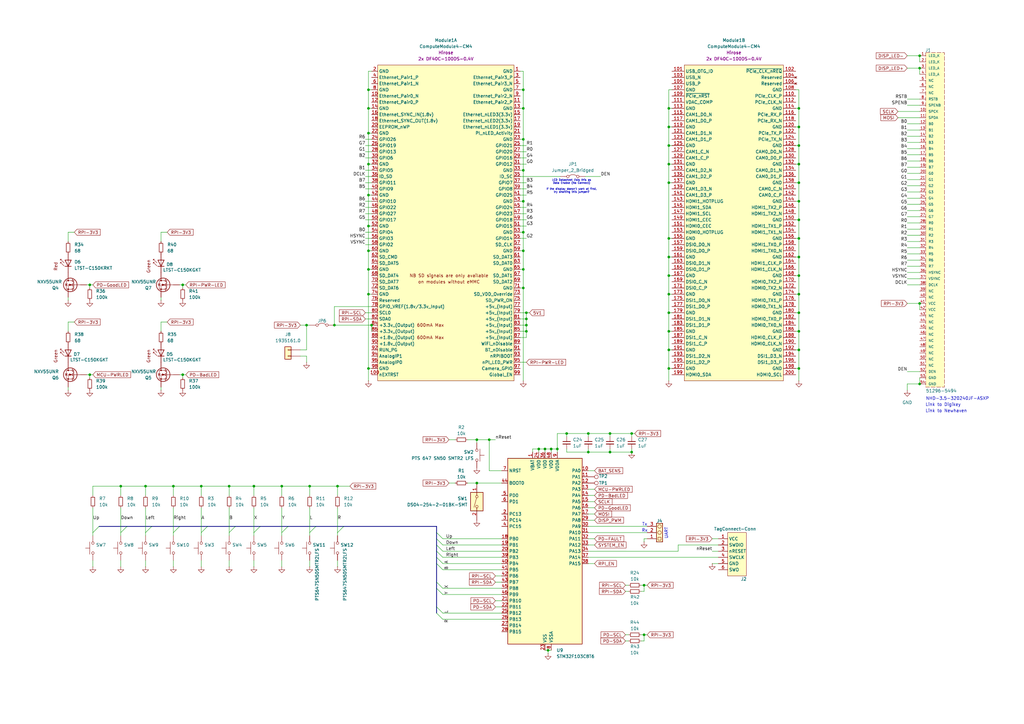
<source format=kicad_sch>
(kicad_sch
	(version 20231120)
	(generator "eeschema")
	(generator_version "8.0")
	(uuid "41a07376-40e1-4aaf-a08e-c749bcc29ea4")
	(paper "A3")
	(title_block
		(rev "P1")
	)
	
	(junction
		(at 241.3 185.42)
		(diameter 0)
		(color 0 0 0 0)
		(uuid "01a10c39-7afb-467f-8ef8-f4def3a6210c")
	)
	(junction
		(at 151.13 54.61)
		(diameter 0)
		(color 0 0 0 0)
		(uuid "05018693-712e-4df4-8b43-834f053abe66")
	)
	(junction
		(at 115.57 199.39)
		(diameter 0)
		(color 0 0 0 0)
		(uuid "0658932f-35d8-485b-b871-a8e78b1b97ed")
	)
	(junction
		(at 228.6 184.15)
		(diameter 0)
		(color 0 0 0 0)
		(uuid "07bcff62-4b7c-47d0-9694-d19c9e32c0f5")
	)
	(junction
		(at 82.55 199.39)
		(diameter 0)
		(color 0 0 0 0)
		(uuid "0b28f6b8-26b3-4ca8-9e41-20ceb77ad6dc")
	)
	(junction
		(at 327.66 59.69)
		(diameter 0)
		(color 0 0 0 0)
		(uuid "0b30c66d-4c6c-4077-98ce-0b8ebe0312c9")
	)
	(junction
		(at 214.63 102.87)
		(diameter 0)
		(color 0 0 0 0)
		(uuid "0ff90365-e3f6-407d-ad5d-6a49ada520f2")
	)
	(junction
		(at 59.69 199.39)
		(diameter 0)
		(color 0 0 0 0)
		(uuid "1579b508-38c2-4c8d-a32b-87ab6c3aeb6d")
	)
	(junction
		(at 93.98 199.39)
		(diameter 0)
		(color 0 0 0 0)
		(uuid "166b3542-0db8-4828-8ce8-b8d8af04b8b8")
	)
	(junction
		(at 151.13 151.13)
		(diameter 0)
		(color 0 0 0 0)
		(uuid "16b2bb80-8b96-4973-9e10-49186c961cdd")
	)
	(junction
		(at 36.83 153.67)
		(diameter 0)
		(color 0 0 0 0)
		(uuid "1836df39-2bd2-4a05-9130-56e4dc1c7924")
	)
	(junction
		(at 104.14 199.39)
		(diameter 0)
		(color 0 0 0 0)
		(uuid "1b42523e-7b95-49fc-b27c-8526dcedd950")
	)
	(junction
		(at 274.32 143.51)
		(diameter 0)
		(color 0 0 0 0)
		(uuid "1c45381a-3f44-43eb-969a-ef36d01ca841")
	)
	(junction
		(at 137.16 133.35)
		(diameter 0)
		(color 0 0 0 0)
		(uuid "2057e96e-6520-4dc3-85d9-7c108da27da5")
	)
	(junction
		(at 274.32 67.31)
		(diameter 0)
		(color 0 0 0 0)
		(uuid "21572f8e-5f09-46e4-a066-3758317e3ff1")
	)
	(junction
		(at 327.66 67.31)
		(diameter 0)
		(color 0 0 0 0)
		(uuid "23533f2b-1aba-4c22-833e-d28184965737")
	)
	(junction
		(at 36.83 116.84)
		(diameter 0)
		(color 0 0 0 0)
		(uuid "2497f78e-b4b3-4eb1-962a-343ea4da43f7")
	)
	(junction
		(at 327.66 113.03)
		(diameter 0)
		(color 0 0 0 0)
		(uuid "25872948-7b0a-42e0-8bc4-3b445ecfadfc")
	)
	(junction
		(at 152.4 133.35)
		(diameter 0)
		(color 0 0 0 0)
		(uuid "25ee6b7c-1fe6-4a8d-84e4-46cfa8c52771")
	)
	(junction
		(at 274.32 97.79)
		(diameter 0)
		(color 0 0 0 0)
		(uuid "27ff8a18-5f65-4847-a06f-59e665ea5a0d")
	)
	(junction
		(at 151.13 67.31)
		(diameter 0)
		(color 0 0 0 0)
		(uuid "2980f321-ebb2-41b3-8f33-b5c3b537e6ee")
	)
	(junction
		(at 214.63 95.25)
		(diameter 0)
		(color 0 0 0 0)
		(uuid "2f7d7987-0694-423a-94af-16e42193f797")
	)
	(junction
		(at 151.13 80.01)
		(diameter 0)
		(color 0 0 0 0)
		(uuid "3c097fe4-7fb9-42af-a180-81ca1cd39490")
	)
	(junction
		(at 327.66 120.65)
		(diameter 0)
		(color 0 0 0 0)
		(uuid "44d77e07-39f8-422a-9661-84c82a6f3cae")
	)
	(junction
		(at 327.66 135.89)
		(diameter 0)
		(color 0 0 0 0)
		(uuid "4945681f-1ded-409b-bdd1-87364b76daa1")
	)
	(junction
		(at 327.66 52.07)
		(diameter 0)
		(color 0 0 0 0)
		(uuid "524812e2-7b12-467f-b809-2302bdfab492")
	)
	(junction
		(at 259.08 177.8)
		(diameter 0)
		(color 0 0 0 0)
		(uuid "55719859-952c-43e5-a9ee-7b6af6a272dc")
	)
	(junction
		(at 138.43 199.39)
		(diameter 0)
		(color 0 0 0 0)
		(uuid "57059a02-e974-4540-be93-f81aed64c32b")
	)
	(junction
		(at 377.19 27.94)
		(diameter 0)
		(color 0 0 0 0)
		(uuid "57afa202-31df-4573-925b-71fdd79870c2")
	)
	(junction
		(at 327.66 44.45)
		(diameter 0)
		(color 0 0 0 0)
		(uuid "58386342-8e09-405c-bb49-2546c40f4855")
	)
	(junction
		(at 274.32 44.45)
		(diameter 0)
		(color 0 0 0 0)
		(uuid "583a054f-0ec3-4a39-8e1d-f120967ea7c4")
	)
	(junction
		(at 327.66 128.27)
		(diameter 0)
		(color 0 0 0 0)
		(uuid "5b83d3a7-1000-41b2-9670-8c02fef2114e")
	)
	(junction
		(at 223.52 184.15)
		(diameter 0)
		(color 0 0 0 0)
		(uuid "639ef3b9-eec3-4c9d-8b3c-0ad931064cb3")
	)
	(junction
		(at 151.13 102.87)
		(diameter 0)
		(color 0 0 0 0)
		(uuid "6551a9b6-3cd2-43d9-abd2-4d7ca910c668")
	)
	(junction
		(at 125.73 133.35)
		(diameter 0)
		(color 0 0 0 0)
		(uuid "65d65c3b-4dc5-4156-ad56-c314aca64b91")
	)
	(junction
		(at 274.32 120.65)
		(diameter 0)
		(color 0 0 0 0)
		(uuid "6995ae74-a43e-4ef7-b4d2-957a04f00b5a")
	)
	(junction
		(at 250.19 177.8)
		(diameter 0)
		(color 0 0 0 0)
		(uuid "6c31a439-7189-44cc-9671-4bf3e0061f32")
	)
	(junction
		(at 377.19 22.86)
		(diameter 0)
		(color 0 0 0 0)
		(uuid "6d3ccaba-8a86-4622-93c2-ec7db09cbb13")
	)
	(junction
		(at 274.32 105.41)
		(diameter 0)
		(color 0 0 0 0)
		(uuid "6ff3afea-113d-4adf-b9e0-1f2921e0e48f")
	)
	(junction
		(at 215.9 133.35)
		(diameter 0)
		(color 0 0 0 0)
		(uuid "704536b9-ad03-4c9e-993c-90f27c10b4de")
	)
	(junction
		(at 195.58 198.12)
		(diameter 0)
		(color 0 0 0 0)
		(uuid "7327bb4f-4b73-4f79-88fc-89894f1ba150")
	)
	(junction
		(at 327.66 105.41)
		(diameter 0)
		(color 0 0 0 0)
		(uuid "76079889-2db2-4531-a681-fe94c8404639")
	)
	(junction
		(at 151.13 36.83)
		(diameter 0)
		(color 0 0 0 0)
		(uuid "77022026-c3f2-4b89-8833-2541cc178135")
	)
	(junction
		(at 327.66 90.17)
		(diameter 0)
		(color 0 0 0 0)
		(uuid "7acba12e-48f2-4cc1-a9c3-bbb13d890782")
	)
	(junction
		(at 250.19 185.42)
		(diameter 0)
		(color 0 0 0 0)
		(uuid "8564558d-c9db-40b5-83f2-a887cbb49410")
	)
	(junction
		(at 214.63 69.85)
		(diameter 0)
		(color 0 0 0 0)
		(uuid "85adfc14-1b84-4d66-a6ec-284cd1edae82")
	)
	(junction
		(at 71.12 199.39)
		(diameter 0)
		(color 0 0 0 0)
		(uuid "86c67bbf-8046-4e3e-8b60-342b84fbff9c")
	)
	(junction
		(at 215.9 135.89)
		(diameter 0)
		(color 0 0 0 0)
		(uuid "87ed5199-530a-4485-a91d-bbc30417ae2b")
	)
	(junction
		(at 327.66 74.93)
		(diameter 0)
		(color 0 0 0 0)
		(uuid "8a1263f7-eca7-4bbf-a805-2e43b3abd237")
	)
	(junction
		(at 151.13 120.65)
		(diameter 0)
		(color 0 0 0 0)
		(uuid "8aad0f6a-b86b-4c58-b058-ab05993f4386")
	)
	(junction
		(at 195.58 180.34)
		(diameter 0)
		(color 0 0 0 0)
		(uuid "8baf83a9-f9e9-4f00-bfa3-aee68adf711e")
	)
	(junction
		(at 214.63 44.45)
		(diameter 0)
		(color 0 0 0 0)
		(uuid "9016b80c-c66e-46e6-8a74-c8cf7c85e3cc")
	)
	(junction
		(at 214.63 36.83)
		(diameter 0)
		(color 0 0 0 0)
		(uuid "90dda2ad-48eb-44d1-902e-d573e4f62a8e")
	)
	(junction
		(at 151.13 92.71)
		(diameter 0)
		(color 0 0 0 0)
		(uuid "92a90c2e-3f11-4461-bf74-368d32ac0649")
	)
	(junction
		(at 259.08 185.42)
		(diameter 0)
		(color 0 0 0 0)
		(uuid "93813d51-abfd-439d-b09c-6e2c83d0c598")
	)
	(junction
		(at 200.66 180.34)
		(diameter 0)
		(color 0 0 0 0)
		(uuid "94443a00-0cd1-45df-85b1-f85b3ed3f2a7")
	)
	(junction
		(at 226.06 184.15)
		(diameter 0)
		(color 0 0 0 0)
		(uuid "957571d3-6acb-44b9-b71c-fcccb35e19aa")
	)
	(junction
		(at 274.32 135.89)
		(diameter 0)
		(color 0 0 0 0)
		(uuid "993dc45e-3211-411c-b14d-b0ea091a6bde")
	)
	(junction
		(at 274.32 74.93)
		(diameter 0)
		(color 0 0 0 0)
		(uuid "a11e3a6e-0fbc-46aa-b1b4-cc4007cb3f8a")
	)
	(junction
		(at 49.53 199.39)
		(diameter 0)
		(color 0 0 0 0)
		(uuid "a194807a-052b-4e58-9487-dba9ed17b57f")
	)
	(junction
		(at 224.79 266.7)
		(diameter 0)
		(color 0 0 0 0)
		(uuid "a641c310-c1e5-410a-b089-c87976646e1f")
	)
	(junction
		(at 151.13 44.45)
		(diameter 0)
		(color 0 0 0 0)
		(uuid "a86735ac-ab5e-43c8-8ac6-35f64505e243")
	)
	(junction
		(at 214.63 57.15)
		(diameter 0)
		(color 0 0 0 0)
		(uuid "a9e5978f-2136-498f-b23c-c6c76bfc98d3")
	)
	(junction
		(at 74.93 116.84)
		(diameter 0)
		(color 0 0 0 0)
		(uuid "af76d557-85d6-4e79-8a66-32ebc004894d")
	)
	(junction
		(at 241.3 177.8)
		(diameter 0)
		(color 0 0 0 0)
		(uuid "b01e672f-496e-4693-b48a-2be59ab6b320")
	)
	(junction
		(at 214.63 110.49)
		(diameter 0)
		(color 0 0 0 0)
		(uuid "b620e5b1-8fd6-46ac-abbc-903068f266c4")
	)
	(junction
		(at 215.9 128.27)
		(diameter 0)
		(color 0 0 0 0)
		(uuid "b6934315-4d64-4c24-a69d-265a7c94b918")
	)
	(junction
		(at 264.16 240.03)
		(diameter 0)
		(color 0 0 0 0)
		(uuid "b73f8eee-b404-4d94-be87-4240fa26a5b3")
	)
	(junction
		(at 327.66 143.51)
		(diameter 0)
		(color 0 0 0 0)
		(uuid "c239406a-24bc-46e0-9898-a2b827cd0215")
	)
	(junction
		(at 264.16 260.35)
		(diameter 0)
		(color 0 0 0 0)
		(uuid "c252b087-259a-458c-b51f-c8b374e95b48")
	)
	(junction
		(at 274.32 151.13)
		(diameter 0)
		(color 0 0 0 0)
		(uuid "c3ce0fd5-9b0b-452b-b61c-74e4b53df3de")
	)
	(junction
		(at 151.13 110.49)
		(diameter 0)
		(color 0 0 0 0)
		(uuid "c6da637e-fc7c-4c9a-a85c-0dc5006364f4")
	)
	(junction
		(at 274.32 113.03)
		(diameter 0)
		(color 0 0 0 0)
		(uuid "c6e3e38b-a0fb-40de-9673-67d5d23b8dc0")
	)
	(junction
		(at 232.41 177.8)
		(diameter 0)
		(color 0 0 0 0)
		(uuid "c9f94714-d876-4e2d-8efc-a80eeeb1d920")
	)
	(junction
		(at 274.32 128.27)
		(diameter 0)
		(color 0 0 0 0)
		(uuid "cbb537f8-0c36-4749-b68a-a29a410dc3ca")
	)
	(junction
		(at 214.63 82.55)
		(diameter 0)
		(color 0 0 0 0)
		(uuid "cd19de0e-d84f-49db-81c1-1d5166d02070")
	)
	(junction
		(at 274.32 52.07)
		(diameter 0)
		(color 0 0 0 0)
		(uuid "d87772e6-b42c-44cd-aeae-0a763182594c")
	)
	(junction
		(at 214.63 118.11)
		(diameter 0)
		(color 0 0 0 0)
		(uuid "d91fdab1-3eab-48be-80ea-3486671f2e94")
	)
	(junction
		(at 127 199.39)
		(diameter 0)
		(color 0 0 0 0)
		(uuid "db1d92ae-6338-4fde-a394-5ee91e7698a8")
	)
	(junction
		(at 74.93 153.67)
		(diameter 0)
		(color 0 0 0 0)
		(uuid "dc15cd2d-7410-42cf-a49a-338da1f5f5e0")
	)
	(junction
		(at 220.98 184.15)
		(diameter 0)
		(color 0 0 0 0)
		(uuid "dc3db34f-f97d-44fd-8d83-267a1101597a")
	)
	(junction
		(at 327.66 82.55)
		(diameter 0)
		(color 0 0 0 0)
		(uuid "dd6cf6b4-bc13-4285-abea-7088ab70627e")
	)
	(junction
		(at 274.32 59.69)
		(diameter 0)
		(color 0 0 0 0)
		(uuid "e0858aaf-3db0-4f07-89f0-8b9a99a7671b")
	)
	(junction
		(at 377.19 124.46)
		(diameter 0)
		(color 0 0 0 0)
		(uuid "e20762cc-01d4-4421-bd41-1890fd72b119")
	)
	(junction
		(at 327.66 151.13)
		(diameter 0)
		(color 0 0 0 0)
		(uuid "e3a11853-1871-4afa-b617-b15fc653e0e2")
	)
	(junction
		(at 215.9 130.81)
		(diameter 0)
		(color 0 0 0 0)
		(uuid "e4203f02-2509-461e-a1fe-acca3164fb74")
	)
	(junction
		(at 327.66 97.79)
		(diameter 0)
		(color 0 0 0 0)
		(uuid "eb7fea74-9fba-4687-b7db-fe3d25fd023c")
	)
	(junction
		(at 377.19 157.48)
		(diameter 0)
		(color 0 0 0 0)
		(uuid "fb03e5b1-92f9-4837-9a2f-aacaf51344aa")
	)
	(bus_entry
		(at 179.07 223.52)
		(size 2.54 2.54)
		(stroke
			(width 0)
			(type default)
		)
		(uuid "051d1cfb-f34d-4aaf-aaba-db82a746f355")
	)
	(bus_entry
		(at 179.07 220.98)
		(size 2.54 2.54)
		(stroke
			(width 0)
			(type default)
		)
		(uuid "09853404-0e1b-4ac3-8b30-3d130f9b058d")
	)
	(bus_entry
		(at 179.07 238.76)
		(size 2.54 2.54)
		(stroke
			(width 0)
			(type default)
		)
		(uuid "1705e848-40ce-4907-8e24-82e9ca978aac")
	)
	(bus_entry
		(at 179.07 231.14)
		(size 2.54 2.54)
		(stroke
			(width 0)
			(type default)
		)
		(uuid "24d0eafe-77c7-462f-a241-7307221db20f")
	)
	(bus_entry
		(at 82.55 218.44)
		(size 2.54 -2.54)
		(stroke
			(width 0)
			(type default)
		)
		(uuid "26368fc0-eabc-4f5e-bf3d-375d45a29c95")
	)
	(bus_entry
		(at 71.12 218.44)
		(size 2.54 -2.54)
		(stroke
			(width 0)
			(type default)
		)
		(uuid "29808c4e-45d8-4bc5-bb6c-fce64c3e379b")
	)
	(bus_entry
		(at 104.14 218.44)
		(size 2.54 -2.54)
		(stroke
			(width 0)
			(type default)
		)
		(uuid "361e3cca-0e75-407f-a058-dc39624a9e4e")
	)
	(bus_entry
		(at 179.07 248.92)
		(size 2.54 2.54)
		(stroke
			(width 0)
			(type default)
		)
		(uuid "3940c6b1-75ba-4037-8c7b-e78c53bfc1be")
	)
	(bus_entry
		(at 93.98 218.44)
		(size 2.54 -2.54)
		(stroke
			(width 0)
			(type default)
		)
		(uuid "4d17250b-5ca4-429c-9dab-a147db82b049")
	)
	(bus_entry
		(at 49.53 218.44)
		(size 2.54 -2.54)
		(stroke
			(width 0)
			(type default)
		)
		(uuid "5c681048-cd99-4e63-92fc-dfe3d3111b00")
	)
	(bus_entry
		(at 179.07 251.46)
		(size 2.54 2.54)
		(stroke
			(width 0)
			(type default)
		)
		(uuid "6eaa4345-6252-45ce-a7c5-a8c11029d5d8")
	)
	(bus_entry
		(at 179.07 218.44)
		(size 2.54 2.54)
		(stroke
			(width 0)
			(type default)
		)
		(uuid "8bc48d25-06aa-4389-8a6c-22f071705e6d")
	)
	(bus_entry
		(at 38.1 218.44)
		(size 2.54 -2.54)
		(stroke
			(width 0)
			(type default)
		)
		(uuid "b1c7c617-03a8-4c6c-b5dd-1b665d79b2fe")
	)
	(bus_entry
		(at 127 218.44)
		(size 2.54 -2.54)
		(stroke
			(width 0)
			(type default)
		)
		(uuid "c715862e-5818-4a9b-ac48-091b785132de")
	)
	(bus_entry
		(at 59.69 218.44)
		(size 2.54 -2.54)
		(stroke
			(width 0)
			(type default)
		)
		(uuid "c722cf79-a393-4f8a-809f-868f8fca5050")
	)
	(bus_entry
		(at 179.07 241.3)
		(size 2.54 2.54)
		(stroke
			(width 0)
			(type default)
		)
		(uuid "d4b6b335-9ec2-459b-98cf-a9885a74dffa")
	)
	(bus_entry
		(at 138.43 218.44)
		(size 2.54 -2.54)
		(stroke
			(width 0)
			(type default)
		)
		(uuid "d59a66c7-21c6-44e4-b2b5-d1cc85fc4a1b")
	)
	(bus_entry
		(at 115.57 218.44)
		(size 2.54 -2.54)
		(stroke
			(width 0)
			(type default)
		)
		(uuid "dc886d2b-30b4-4522-8714-a03214ecd0c4")
	)
	(bus_entry
		(at 179.07 226.06)
		(size 2.54 2.54)
		(stroke
			(width 0)
			(type default)
		)
		(uuid "e5d2c6db-bc1d-4540-85d4-660118344ca2")
	)
	(bus_entry
		(at 179.07 228.6)
		(size 2.54 2.54)
		(stroke
			(width 0)
			(type default)
		)
		(uuid "e9af7dd2-d1f1-49eb-8f63-9239420551c6")
	)
	(bus
		(pts
			(xy 179.07 215.9) (xy 140.97 215.9)
		)
		(stroke
			(width 0)
			(type default)
		)
		(uuid "01ca066a-8a85-4f7b-bc0e-6ee903c09801")
	)
	(wire
		(pts
			(xy 73.66 153.67) (xy 74.93 153.67)
		)
		(stroke
			(width 0)
			(type default)
		)
		(uuid "0213b0c3-008b-4a61-a183-3db784c11b53")
	)
	(wire
		(pts
			(xy 123.19 143.51) (xy 125.73 143.51)
		)
		(stroke
			(width 0)
			(type default)
		)
		(uuid "021f782a-5f68-4c9e-8b47-30e0e5b1caeb")
	)
	(wire
		(pts
			(xy 151.13 92.71) (xy 152.4 92.71)
		)
		(stroke
			(width 0)
			(type default)
		)
		(uuid "02368eb9-8108-4b4e-9c76-6a4ac1d45599")
	)
	(wire
		(pts
			(xy 151.13 102.87) (xy 152.4 102.87)
		)
		(stroke
			(width 0)
			(type default)
		)
		(uuid "024086b2-f606-4471-8083-694936d8fcb9")
	)
	(wire
		(pts
			(xy 274.32 156.21) (xy 274.32 151.13)
		)
		(stroke
			(width 0)
			(type default)
		)
		(uuid "02e9727e-631a-4f1b-9bdf-635122e20e7b")
	)
	(wire
		(pts
			(xy 228.6 177.8) (xy 228.6 184.15)
		)
		(stroke
			(width 0)
			(type default)
		)
		(uuid "0347cef7-7d01-4c89-b0b4-e3dcfc7df327")
	)
	(wire
		(pts
			(xy 327.66 97.79) (xy 326.39 97.79)
		)
		(stroke
			(width 0)
			(type default)
		)
		(uuid "03863023-d3e2-414b-970c-d83136dbc404")
	)
	(wire
		(pts
			(xy 152.4 90.17) (xy 149.86 90.17)
		)
		(stroke
			(width 0)
			(type default)
		)
		(uuid "03e2bc66-d033-4231-88f7-3f1b44fa4cb1")
	)
	(wire
		(pts
			(xy 138.43 218.44) (xy 138.43 219.71)
		)
		(stroke
			(width 0)
			(type default)
		)
		(uuid "043fa1bc-38be-4e81-a89e-69074746c3cf")
	)
	(wire
		(pts
			(xy 215.9 59.69) (xy 213.36 59.69)
		)
		(stroke
			(width 0)
			(type default)
		)
		(uuid "0548a303-a576-4f71-b597-98bb1290b24a")
	)
	(wire
		(pts
			(xy 241.3 223.52) (xy 243.84 223.52)
		)
		(stroke
			(width 0)
			(type default)
		)
		(uuid "05770b7a-fbb7-4c52-89c8-0bf66d16395b")
	)
	(wire
		(pts
			(xy 104.14 229.87) (xy 104.14 232.41)
		)
		(stroke
			(width 0)
			(type default)
		)
		(uuid "05e10618-378f-418e-872d-f99d30acd882")
	)
	(wire
		(pts
			(xy 377.19 154.94) (xy 377.19 157.48)
		)
		(stroke
			(width 0)
			(type default)
		)
		(uuid "06702582-f669-42b3-b539-36acb1e6b377")
	)
	(wire
		(pts
			(xy 327.66 67.31) (xy 326.39 67.31)
		)
		(stroke
			(width 0)
			(type default)
		)
		(uuid "071288e0-569b-413f-8b32-c46f3b7fc938")
	)
	(wire
		(pts
			(xy 213.36 72.39) (xy 229.87 72.39)
		)
		(stroke
			(width 0)
			(type default)
		)
		(uuid "07f19123-bfa8-431d-9465-41b7cc44d3fb")
	)
	(wire
		(pts
			(xy 377.19 124.46) (xy 377.19 127)
		)
		(stroke
			(width 0)
			(type default)
		)
		(uuid "09245978-8f08-4a1c-80e4-a8660224c53c")
	)
	(wire
		(pts
			(xy 327.66 59.69) (xy 327.66 52.07)
		)
		(stroke
			(width 0)
			(type default)
		)
		(uuid "0a130213-34dc-492f-9a2c-cc38c7b8d850")
	)
	(wire
		(pts
			(xy 66.04 123.19) (xy 66.04 121.92)
		)
		(stroke
			(width 0)
			(type default)
		)
		(uuid "0a554299-ff87-48f7-b86e-797558710ce0")
	)
	(wire
		(pts
			(xy 377.19 111.76) (xy 372.11 111.76)
		)
		(stroke
			(width 0)
			(type default)
		)
		(uuid "0bf88194-074b-4989-84c7-a0d0d4e89c6b")
	)
	(wire
		(pts
			(xy 327.66 143.51) (xy 327.66 135.89)
		)
		(stroke
			(width 0)
			(type default)
		)
		(uuid "0c80ced4-ace6-420c-adcd-c2c3ec5deced")
	)
	(wire
		(pts
			(xy 214.63 57.15) (xy 213.36 57.15)
		)
		(stroke
			(width 0)
			(type default)
		)
		(uuid "0cc96522-71a2-4326-a73f-ae09a73da48f")
	)
	(wire
		(pts
			(xy 127 199.39) (xy 127 203.2)
		)
		(stroke
			(width 0)
			(type default)
		)
		(uuid "0d949597-dd7b-4502-bbae-d2f9f960767f")
	)
	(wire
		(pts
			(xy 151.13 151.13) (xy 152.4 151.13)
		)
		(stroke
			(width 0)
			(type default)
		)
		(uuid "0dbb9ddb-6cf3-4445-a332-cc47abd9c3e0")
	)
	(wire
		(pts
			(xy 241.3 210.82) (xy 243.84 210.82)
		)
		(stroke
			(width 0)
			(type default)
		)
		(uuid "0dfb6bae-62e0-4ae4-8350-829028f04008")
	)
	(wire
		(pts
			(xy 49.53 199.39) (xy 49.53 203.2)
		)
		(stroke
			(width 0)
			(type default)
		)
		(uuid "0e00f743-4402-4817-b2f3-c27f90425397")
	)
	(wire
		(pts
			(xy 215.9 87.63) (xy 213.36 87.63)
		)
		(stroke
			(width 0)
			(type default)
		)
		(uuid "0f27573f-a44f-4065-b42e-36820e6a7b95")
	)
	(wire
		(pts
			(xy 377.19 71.12) (xy 372.11 71.12)
		)
		(stroke
			(width 0)
			(type default)
		)
		(uuid "10281c9d-e500-41c2-8644-8d879e1edc46")
	)
	(wire
		(pts
			(xy 274.32 120.65) (xy 275.59 120.65)
		)
		(stroke
			(width 0)
			(type default)
		)
		(uuid "115f8726-1534-43d3-94d7-fc28395e8d9a")
	)
	(wire
		(pts
			(xy 215.9 90.17) (xy 213.36 90.17)
		)
		(stroke
			(width 0)
			(type default)
		)
		(uuid "120a12bf-4619-40ee-99d3-b7c9287f41dc")
	)
	(wire
		(pts
			(xy 377.19 43.18) (xy 372.11 43.18)
		)
		(stroke
			(width 0)
			(type default)
		)
		(uuid "121fd207-e96c-4c0c-9a20-a968e3a01fe8")
	)
	(wire
		(pts
			(xy 184.15 198.12) (xy 186.69 198.12)
		)
		(stroke
			(width 0)
			(type default)
		)
		(uuid "133f43dc-49c5-4346-a69b-58c1faeb7eda")
	)
	(wire
		(pts
			(xy 327.66 52.07) (xy 327.66 44.45)
		)
		(stroke
			(width 0)
			(type default)
		)
		(uuid "13e62dad-38ca-4c38-9c6d-574d1a25ccdb")
	)
	(wire
		(pts
			(xy 181.61 223.52) (xy 205.74 223.52)
		)
		(stroke
			(width 0)
			(type default)
		)
		(uuid "1409d7c6-1ea8-4ebd-8311-3f07d225ca67")
	)
	(wire
		(pts
			(xy 278.13 226.06) (xy 241.3 226.06)
		)
		(stroke
			(width 0)
			(type default)
		)
		(uuid "150afd47-86ba-4025-b3bc-d04c568760b9")
	)
	(wire
		(pts
			(xy 274.32 52.07) (xy 274.32 44.45)
		)
		(stroke
			(width 0)
			(type default)
		)
		(uuid "160de455-1780-427d-ac94-6cbde826ca91")
	)
	(bus
		(pts
			(xy 179.07 220.98) (xy 179.07 223.52)
		)
		(stroke
			(width 0)
			(type default)
		)
		(uuid "17736773-c97b-4e91-b17b-f4be18e9be1c")
	)
	(wire
		(pts
			(xy 115.57 208.28) (xy 115.57 218.44)
		)
		(stroke
			(width 0)
			(type default)
		)
		(uuid "17759eb2-0907-4c2e-b164-045fc3321012")
	)
	(wire
		(pts
			(xy 71.12 199.39) (xy 82.55 199.39)
		)
		(stroke
			(width 0)
			(type default)
		)
		(uuid "17e647db-7dff-4430-8878-3bdabfc1d11d")
	)
	(wire
		(pts
			(xy 327.66 36.83) (xy 327.66 44.45)
		)
		(stroke
			(width 0)
			(type default)
		)
		(uuid "1a061503-8b42-45a2-9e20-fd682d6c85d1")
	)
	(wire
		(pts
			(xy 68.58 132.08) (xy 66.04 132.08)
		)
		(stroke
			(width 0)
			(type default)
		)
		(uuid "1a61de89-9b46-4778-ae98-df14f9753e48")
	)
	(wire
		(pts
			(xy 151.13 44.45) (xy 152.4 44.45)
		)
		(stroke
			(width 0)
			(type default)
		)
		(uuid "1c697fc4-7f33-4d1e-8afb-268b90047232")
	)
	(bus
		(pts
			(xy 129.54 215.9) (xy 140.97 215.9)
		)
		(stroke
			(width 0)
			(type default)
		)
		(uuid "1cba293d-1b88-4b6a-b381-1dae6e55e96f")
	)
	(wire
		(pts
			(xy 278.13 223.52) (xy 278.13 226.06)
		)
		(stroke
			(width 0)
			(type default)
		)
		(uuid "1d5498fe-9433-4e6f-a0d7-55785b634506")
	)
	(wire
		(pts
			(xy 74.93 153.67) (xy 76.2 153.67)
		)
		(stroke
			(width 0)
			(type default)
		)
		(uuid "1dd33b79-8deb-4546-a439-dac5d46a625a")
	)
	(wire
		(pts
			(xy 327.66 120.65) (xy 327.66 113.03)
		)
		(stroke
			(width 0)
			(type default)
		)
		(uuid "1dfcbc6b-8579-4df8-bf2e-6919d965a403")
	)
	(wire
		(pts
			(xy 264.16 262.89) (xy 264.16 260.35)
		)
		(stroke
			(width 0)
			(type default)
		)
		(uuid "1e906616-14e0-4362-b65b-d254af2f9507")
	)
	(wire
		(pts
			(xy 327.66 44.45) (xy 326.39 44.45)
		)
		(stroke
			(width 0)
			(type default)
		)
		(uuid "1fc5d448-0b7c-4565-b07e-e2f097209c84")
	)
	(wire
		(pts
			(xy 264.16 242.57) (xy 264.16 240.03)
		)
		(stroke
			(width 0)
			(type default)
		)
		(uuid "200c5091-a513-4baa-ac33-8d25fd59db26")
	)
	(wire
		(pts
			(xy 241.3 184.15) (xy 241.3 185.42)
		)
		(stroke
			(width 0)
			(type default)
		)
		(uuid "2128c3bd-34d1-4f5f-93ff-62811d77415f")
	)
	(wire
		(pts
			(xy 181.61 254) (xy 205.74 254)
		)
		(stroke
			(width 0)
			(type default)
		)
		(uuid "2172574b-1b20-4212-a655-6c9eb333b39b")
	)
	(wire
		(pts
			(xy 215.9 97.79) (xy 213.36 97.79)
		)
		(stroke
			(width 0)
			(type default)
		)
		(uuid "2196f78a-adf3-4298-93ea-770effc42fad")
	)
	(wire
		(pts
			(xy 214.63 57.15) (xy 214.63 44.45)
		)
		(stroke
			(width 0)
			(type default)
		)
		(uuid "225953a6-7a13-46a6-900f-db64e0978b09")
	)
	(wire
		(pts
			(xy 66.04 160.02) (xy 66.04 158.75)
		)
		(stroke
			(width 0)
			(type default)
		)
		(uuid "2554b8be-9a35-4a14-aba5-ac2735c4b8f6")
	)
	(wire
		(pts
			(xy 36.83 116.84) (xy 38.1 116.84)
		)
		(stroke
			(width 0)
			(type default)
		)
		(uuid "2638d5d4-246e-4433-a148-3b3da036eac3")
	)
	(wire
		(pts
			(xy 241.3 231.14) (xy 243.84 231.14)
		)
		(stroke
			(width 0)
			(type default)
		)
		(uuid "27b30aa5-f4db-4a66-8e53-19574668540f")
	)
	(wire
		(pts
			(xy 71.12 208.28) (xy 71.12 218.44)
		)
		(stroke
			(width 0)
			(type default)
		)
		(uuid "28a0e97a-95d9-4ff9-b526-5bfc3ac5c596")
	)
	(wire
		(pts
			(xy 377.19 93.98) (xy 372.11 93.98)
		)
		(stroke
			(width 0)
			(type default)
		)
		(uuid "28f0a645-1ac9-49ca-b21b-a8a7aed2d0e3")
	)
	(wire
		(pts
			(xy 377.19 124.46) (xy 372.11 124.46)
		)
		(stroke
			(width 0)
			(type default)
		)
		(uuid "297673e2-8574-4b33-b963-0b6303752dd0")
	)
	(wire
		(pts
			(xy 327.66 135.89) (xy 326.39 135.89)
		)
		(stroke
			(width 0)
			(type default)
		)
		(uuid "29907909-909c-4243-b996-2d1ab9eeb508")
	)
	(wire
		(pts
			(xy 250.19 177.8) (xy 250.19 179.07)
		)
		(stroke
			(width 0)
			(type default)
		)
		(uuid "29bcc41f-73f6-4e4b-9994-8a48dbb372c6")
	)
	(wire
		(pts
			(xy 137.16 133.35) (xy 152.4 133.35)
		)
		(stroke
			(width 0)
			(type default)
		)
		(uuid "2a17c7b9-10d3-4425-9dbc-4678a53a011f")
	)
	(wire
		(pts
			(xy 49.53 218.44) (xy 49.53 219.71)
		)
		(stroke
			(width 0)
			(type default)
		)
		(uuid "2a6ed81d-ad0c-4cac-9325-4d103bc31639")
	)
	(wire
		(pts
			(xy 243.84 208.28) (xy 241.3 208.28)
		)
		(stroke
			(width 0)
			(type default)
		)
		(uuid "2aae69fb-5c63-4c58-afe1-b81f8f021de1")
	)
	(wire
		(pts
			(xy 262.89 262.89) (xy 264.16 262.89)
		)
		(stroke
			(width 0)
			(type default)
		)
		(uuid "2b14d0ba-09a2-4e2b-a185-4ab61aa20f2a")
	)
	(wire
		(pts
			(xy 214.63 118.11) (xy 214.63 110.49)
		)
		(stroke
			(width 0)
			(type default)
		)
		(uuid "2b428e8c-6318-4ce8-8544-22c6b0888512")
	)
	(wire
		(pts
			(xy 213.36 148.59) (xy 215.9 148.59)
		)
		(stroke
			(width 0)
			(type default)
		)
		(uuid "2c8d82c2-7c2d-40e6-ad3d-2d61a9682c58")
	)
	(wire
		(pts
			(xy 104.14 218.44) (xy 104.14 219.71)
		)
		(stroke
			(width 0)
			(type default)
		)
		(uuid "2ca58bc7-f1d4-40ac-87c1-5900fc9387de")
	)
	(wire
		(pts
			(xy 256.54 262.89) (xy 257.81 262.89)
		)
		(stroke
			(width 0)
			(type default)
		)
		(uuid "2d484c94-23c2-4da7-91d3-1a382a1d8d3d")
	)
	(wire
		(pts
			(xy 377.19 81.28) (xy 372.11 81.28)
		)
		(stroke
			(width 0)
			(type default)
		)
		(uuid "2df0fa47-f26b-409a-bfa1-feaa01593df0")
	)
	(wire
		(pts
			(xy 223.52 184.15) (xy 220.98 184.15)
		)
		(stroke
			(width 0)
			(type default)
		)
		(uuid "2ec00db2-f65f-46be-b972-8adb31b55516")
	)
	(wire
		(pts
			(xy 151.13 67.31) (xy 152.4 67.31)
		)
		(stroke
			(width 0)
			(type default)
		)
		(uuid "30cb2293-2226-4939-9087-0fbc48db7a9c")
	)
	(wire
		(pts
			(xy 151.13 120.65) (xy 151.13 110.49)
		)
		(stroke
			(width 0)
			(type default)
		)
		(uuid "30dbbbe4-b585-4aed-bf95-65b39fb8a2b1")
	)
	(wire
		(pts
			(xy 372.11 22.86) (xy 377.19 22.86)
		)
		(stroke
			(width 0)
			(type default)
		)
		(uuid "3120dd1d-1c3d-4f91-b319-5817503a83dd")
	)
	(wire
		(pts
			(xy 203.2 248.92) (xy 205.74 248.92)
		)
		(stroke
			(width 0)
			(type default)
		)
		(uuid "319c289b-7cae-40cd-8286-57644cbd2fd7")
	)
	(wire
		(pts
			(xy 377.19 106.68) (xy 372.11 106.68)
		)
		(stroke
			(width 0)
			(type default)
		)
		(uuid "31fb512c-7c55-4639-ad33-7c39c6e14b1b")
	)
	(wire
		(pts
			(xy 200.66 180.34) (xy 195.58 180.34)
		)
		(stroke
			(width 0)
			(type default)
		)
		(uuid "33fe5ef0-df0f-4f0b-9d2b-c374ca9ee526")
	)
	(wire
		(pts
			(xy 125.73 143.51) (xy 125.73 133.35)
		)
		(stroke
			(width 0)
			(type default)
		)
		(uuid "352f2b07-0a32-4ce2-b967-d4f11aab89df")
	)
	(wire
		(pts
			(xy 151.13 120.65) (xy 152.4 120.65)
		)
		(stroke
			(width 0)
			(type default)
		)
		(uuid "36303a77-9fde-427a-a373-2b7ace336b22")
	)
	(wire
		(pts
			(xy 149.86 130.81) (xy 152.4 130.81)
		)
		(stroke
			(width 0)
			(type default)
		)
		(uuid "364aacc4-4bf1-46e5-a317-9579109df7f5")
	)
	(wire
		(pts
			(xy 264.16 220.98) (xy 265.43 220.98)
		)
		(stroke
			(width 0)
			(type default)
		)
		(uuid "37a096fe-6e78-4e8b-bfe6-61a247f2622e")
	)
	(wire
		(pts
			(xy 327.66 82.55) (xy 327.66 74.93)
		)
		(stroke
			(width 0)
			(type default)
		)
		(uuid "39189f0b-63e5-408c-bbe8-ae18e25cb057")
	)
	(wire
		(pts
			(xy 377.19 27.94) (xy 377.19 30.48)
		)
		(stroke
			(width 0)
			(type default)
		)
		(uuid "399a5b0b-95b3-4f90-9fca-a8f6dce22697")
	)
	(wire
		(pts
			(xy 232.41 185.42) (xy 241.3 185.42)
		)
		(stroke
			(width 0)
			(type default)
		)
		(uuid "3a6c822b-319c-4c9f-9c10-5851f3b06eb5")
	)
	(wire
		(pts
			(xy 274.32 113.03) (xy 275.59 113.03)
		)
		(stroke
			(width 0)
			(type default)
		)
		(uuid "3a804d8c-623a-4c41-8d2d-9fc4d012d168")
	)
	(wire
		(pts
			(xy 241.3 205.74) (xy 243.84 205.74)
		)
		(stroke
			(width 0)
			(type default)
		)
		(uuid "3acb9ffc-4342-47b6-97cd-fc7bb48c233e")
	)
	(wire
		(pts
			(xy 59.69 208.28) (xy 59.69 218.44)
		)
		(stroke
			(width 0)
			(type default)
		)
		(uuid "3b8b4aaf-778d-4efb-bdf4-aed1100f059d")
	)
	(wire
		(pts
			(xy 214.63 110.49) (xy 214.63 102.87)
		)
		(stroke
			(width 0)
			(type default)
		)
		(uuid "3c3ef22e-7df9-43be-b627-c09cbd84ca37")
	)
	(wire
		(pts
			(xy 241.3 213.36) (xy 243.84 213.36)
		)
		(stroke
			(width 0)
			(type default)
		)
		(uuid "3d5deba4-b605-4b31-ae2a-e5542a75b845")
	)
	(bus
		(pts
			(xy 96.52 215.9) (xy 106.68 215.9)
		)
		(stroke
			(width 0)
			(type default)
		)
		(uuid "3ea46fd5-639e-4b25-8bed-a51207cb49be")
	)
	(wire
		(pts
			(xy 274.32 52.07) (xy 275.59 52.07)
		)
		(stroke
			(width 0)
			(type default)
		)
		(uuid "3ebc13f1-a78c-4e22-a70b-3f44ca061604")
	)
	(wire
		(pts
			(xy 259.08 177.8) (xy 250.19 177.8)
		)
		(stroke
			(width 0)
			(type default)
		)
		(uuid "4215cd1f-d2cc-4a86-9397-3dde69d7f9e7")
	)
	(wire
		(pts
			(xy 232.41 177.8) (xy 232.41 179.07)
		)
		(stroke
			(width 0)
			(type default)
		)
		(uuid "4222e52f-4cb4-4a03-bf06-309ce994fc92")
	)
	(wire
		(pts
			(xy 151.13 102.87) (xy 151.13 92.71)
		)
		(stroke
			(width 0)
			(type default)
		)
		(uuid "4364cf99-e3a1-46e8-894a-3e3b4b676efa")
	)
	(wire
		(pts
			(xy 115.57 199.39) (xy 115.57 203.2)
		)
		(stroke
			(width 0)
			(type default)
		)
		(uuid "436ec46c-35c5-46ea-9e10-314dbd248b5a")
	)
	(wire
		(pts
			(xy 27.94 160.02) (xy 27.94 158.75)
		)
		(stroke
			(width 0)
			(type default)
		)
		(uuid "43db21bf-43db-4a43-8211-d0b762c1aef1")
	)
	(wire
		(pts
			(xy 241.3 218.44) (xy 265.43 218.44)
		)
		(stroke
			(width 0)
			(type default)
		)
		(uuid "44b50c9b-d09f-485a-ac4a-41c7c09d556d")
	)
	(wire
		(pts
			(xy 377.19 66.04) (xy 372.11 66.04)
		)
		(stroke
			(width 0)
			(type default)
		)
		(uuid "455c6517-aeca-44c0-835d-fe62ed7f9ad3")
	)
	(bus
		(pts
			(xy 73.66 215.9) (xy 85.09 215.9)
		)
		(stroke
			(width 0)
			(type default)
		)
		(uuid "455f3868-ce84-4007-975d-29c13de2e953")
	)
	(wire
		(pts
			(xy 214.63 118.11) (xy 213.36 118.11)
		)
		(stroke
			(width 0)
			(type default)
		)
		(uuid "462d2a5c-e10a-415f-8a81-cd818abe286c")
	)
	(wire
		(pts
			(xy 327.66 135.89) (xy 327.66 128.27)
		)
		(stroke
			(width 0)
			(type default)
		)
		(uuid "462d4d30-d7b4-45c0-975d-3711ab665d2b")
	)
	(wire
		(pts
			(xy 127 218.44) (xy 127 219.71)
		)
		(stroke
			(width 0)
			(type default)
		)
		(uuid "48bff44c-8c31-4dcc-bfef-0ad5dfa9fe51")
	)
	(wire
		(pts
			(xy 226.06 184.15) (xy 223.52 184.15)
		)
		(stroke
			(width 0)
			(type default)
		)
		(uuid "48ca5d11-da72-4b46-b48b-3ebe0ef26682")
	)
	(bus
		(pts
			(xy 52.07 215.9) (xy 62.23 215.9)
		)
		(stroke
			(width 0)
			(type default)
		)
		(uuid "49059bd7-1aa5-4a60-acae-63b14e3a5593")
	)
	(wire
		(pts
			(xy 49.53 229.87) (xy 49.53 232.41)
		)
		(stroke
			(width 0)
			(type default)
		)
		(uuid "4952216c-ddb6-4ac8-98ca-ba9d32fbcea3")
	)
	(wire
		(pts
			(xy 214.63 82.55) (xy 214.63 69.85)
		)
		(stroke
			(width 0)
			(type default)
		)
		(uuid "495e83a7-44ea-468d-a167-a798c54f4e45")
	)
	(wire
		(pts
			(xy 30.48 95.25) (xy 27.94 95.25)
		)
		(stroke
			(width 0)
			(type default)
		)
		(uuid "49f0a651-6bfb-44a1-bcc6-1823b2d4ba40")
	)
	(wire
		(pts
			(xy 82.55 208.28) (xy 82.55 218.44)
		)
		(stroke
			(width 0)
			(type default)
		)
		(uuid "4a08bc51-ce5e-4899-9e24-c0fc54502a0d")
	)
	(wire
		(pts
			(xy 200.66 193.04) (xy 205.74 193.04)
		)
		(stroke
			(width 0)
			(type default)
		)
		(uuid "4b150d83-ad9d-41a8-8393-6ec45006422c")
	)
	(wire
		(pts
			(xy 214.63 95.25) (xy 213.36 95.25)
		)
		(stroke
			(width 0)
			(type default)
		)
		(uuid "4bc5128c-f4f5-4c04-8d9e-002bc16745a1")
	)
	(wire
		(pts
			(xy 274.32 105.41) (xy 274.32 97.79)
		)
		(stroke
			(width 0)
			(type default)
		)
		(uuid "4de71872-3daa-417d-8f68-98593ccc7e0f")
	)
	(wire
		(pts
			(xy 152.4 82.55) (xy 149.86 82.55)
		)
		(stroke
			(width 0)
			(type default)
		)
		(uuid "4e2f58a0-b594-4394-804d-35c915a952a4")
	)
	(wire
		(pts
			(xy 246.38 72.39) (xy 240.03 72.39)
		)
		(stroke
			(width 0)
			(type default)
		)
		(uuid "4f4bd62a-f983-46ab-a829-ed3cf77429af")
	)
	(wire
		(pts
			(xy 152.4 64.77) (xy 149.86 64.77)
		)
		(stroke
			(width 0)
			(type default)
		)
		(uuid "4fbc4b0c-42e9-4ec5-8cbd-e29ff68493b3")
	)
	(wire
		(pts
			(xy 35.56 153.67) (xy 36.83 153.67)
		)
		(stroke
			(width 0)
			(type default)
		)
		(uuid "50003043-f4f7-48e2-a549-0944e587d760")
	)
	(wire
		(pts
			(xy 151.13 80.01) (xy 151.13 67.31)
		)
		(stroke
			(width 0)
			(type default)
		)
		(uuid "5016968d-ced0-4a88-851c-0d016e278b2f")
	)
	(wire
		(pts
			(xy 143.51 199.39) (xy 138.43 199.39)
		)
		(stroke
			(width 0)
			(type default)
		)
		(uuid "50f73100-e062-4385-99a0-ab92dd6ce7a5")
	)
	(wire
		(pts
			(xy 71.12 199.39) (xy 71.12 203.2)
		)
		(stroke
			(width 0)
			(type default)
		)
		(uuid "5164b29d-fd7c-403d-9057-92fe5935517e")
	)
	(wire
		(pts
			(xy 327.66 143.51) (xy 326.39 143.51)
		)
		(stroke
			(width 0)
			(type default)
		)
		(uuid "52fdac44-60e0-4dcc-b369-a1245490c326")
	)
	(wire
		(pts
			(xy 151.13 36.83) (xy 151.13 29.21)
		)
		(stroke
			(width 0)
			(type default)
		)
		(uuid "53095bbf-8b78-4b89-a043-6613f183343e")
	)
	(wire
		(pts
			(xy 377.19 60.96) (xy 372.11 60.96)
		)
		(stroke
			(width 0)
			(type default)
		)
		(uuid "5381a866-f88c-467e-8db4-e6b2d76ba452")
	)
	(wire
		(pts
			(xy 264.16 222.25) (xy 264.16 220.98)
		)
		(stroke
			(width 0)
			(type default)
		)
		(uuid "555b1c2f-72c4-462c-9cf9-901380d75be6")
	)
	(wire
		(pts
			(xy 214.63 102.87) (xy 213.36 102.87)
		)
		(stroke
			(width 0)
			(type default)
		)
		(uuid "5601ce10-b4fd-4769-84a2-acb84faecd56")
	)
	(wire
		(pts
			(xy 377.19 96.52) (xy 372.11 96.52)
		)
		(stroke
			(width 0)
			(type default)
		)
		(uuid "56b7b860-908b-4719-9a9f-6a898b8a833f")
	)
	(wire
		(pts
			(xy 241.3 177.8) (xy 232.41 177.8)
		)
		(stroke
			(width 0)
			(type default)
		)
		(uuid "59f7fddb-5b04-4d36-acda-d42885514672")
	)
	(wire
		(pts
			(xy 274.32 120.65) (xy 274.32 113.03)
		)
		(stroke
			(width 0)
			(type default)
		)
		(uuid "59f9601a-9b6f-4cb3-8060-5c7d1c835df3")
	)
	(wire
		(pts
			(xy 127 208.28) (xy 127 218.44)
		)
		(stroke
			(width 0)
			(type default)
		)
		(uuid "5be3e294-ad39-4cf8-bf0e-9b832374e7b9")
	)
	(wire
		(pts
			(xy 377.19 78.74) (xy 372.11 78.74)
		)
		(stroke
			(width 0)
			(type default)
		)
		(uuid "5c418040-e09f-4780-b405-d434d26d71ab")
	)
	(wire
		(pts
			(xy 274.32 44.45) (xy 275.59 44.45)
		)
		(stroke
			(width 0)
			(type default)
		)
		(uuid "5ce34f61-3735-46ca-bb9a-726f9c667388")
	)
	(wire
		(pts
			(xy 151.13 54.61) (xy 151.13 44.45)
		)
		(stroke
			(width 0)
			(type default)
		)
		(uuid "5e536ccf-c33b-43e7-8240-b28f193c218b")
	)
	(wire
		(pts
			(xy 151.13 67.31) (xy 151.13 54.61)
		)
		(stroke
			(width 0)
			(type default)
		)
		(uuid "5e57c187-f0d2-4153-9e1c-70c8465c9336")
	)
	(wire
		(pts
			(xy 93.98 218.44) (xy 93.98 219.71)
		)
		(stroke
			(width 0)
			(type default)
		)
		(uuid "5fd1b20c-ed8d-4a2a-995f-8a1962401b2f")
	)
	(wire
		(pts
			(xy 71.12 229.87) (xy 71.12 232.41)
		)
		(stroke
			(width 0)
			(type default)
		)
		(uuid "61e1767f-e64f-424a-a6f1-5c65a3ef180c")
	)
	(wire
		(pts
			(xy 215.9 135.89) (xy 213.36 135.89)
		)
		(stroke
			(width 0)
			(type default)
		)
		(uuid "6277c4ee-e3e6-4c0f-990a-115324b62992")
	)
	(wire
		(pts
			(xy 152.4 87.63) (xy 149.86 87.63)
		)
		(stroke
			(width 0)
			(type default)
		)
		(uuid "629295b8-1fd1-43f5-9237-b64a19d92e86")
	)
	(wire
		(pts
			(xy 228.6 184.15) (xy 228.6 185.42)
		)
		(stroke
			(width 0)
			(type default)
		)
		(uuid "631294b9-d4bc-4f61-8427-236de88daa7e")
	)
	(wire
		(pts
			(xy 215.9 128.27) (xy 217.17 128.27)
		)
		(stroke
			(width 0)
			(type default)
		)
		(uuid "636caf9b-491a-41af-86e5-394e0c474e10")
	)
	(wire
		(pts
			(xy 38.1 218.44) (xy 38.1 219.71)
		)
		(stroke
			(width 0)
			(type default)
		)
		(uuid "6443416b-f647-43f7-a181-89e3d9d9ba29")
	)
	(wire
		(pts
			(xy 115.57 218.44) (xy 115.57 219.71)
		)
		(stroke
			(width 0)
			(type default)
		)
		(uuid "6448d356-aa89-4a0d-8e73-01c6c7fa0096")
	)
	(wire
		(pts
			(xy 59.69 218.44) (xy 59.69 219.71)
		)
		(stroke
			(width 0)
			(type default)
		)
		(uuid "64609e8a-8303-4216-a1ea-4790b1b4cb14")
	)
	(wire
		(pts
			(xy 184.15 180.34) (xy 186.69 180.34)
		)
		(stroke
			(width 0)
			(type default)
		)
		(uuid "6538ec0d-00b8-44a1-a1e8-1d78b0e47433")
	)
	(wire
		(pts
			(xy 200.66 180.34) (xy 200.66 193.04)
		)
		(stroke
			(width 0)
			(type default)
		)
		(uuid "66e079cc-e41e-42d1-befd-d495ffb07519")
	)
	(wire
		(pts
			(xy 152.4 95.25) (xy 149.86 95.25)
		)
		(stroke
			(width 0)
			(type default)
		)
		(uuid "67062e65-71b8-4f34-bb28-efa1fb57f990")
	)
	(wire
		(pts
			(xy 215.9 64.77) (xy 213.36 64.77)
		)
		(stroke
			(width 0)
			(type default)
		)
		(uuid "694711e0-7d7f-4e04-bc4b-ccecb993d4ba")
	)
	(wire
		(pts
			(xy 82.55 199.39) (xy 82.55 203.2)
		)
		(stroke
			(width 0)
			(type default)
		)
		(uuid "696f0368-f090-4f79-bd16-d917fd816260")
	)
	(wire
		(pts
			(xy 215.9 67.31) (xy 213.36 67.31)
		)
		(stroke
			(width 0)
			(type default)
		)
		(uuid "697a18b9-1896-4892-8b7d-ea0111251963")
	)
	(wire
		(pts
			(xy 38.1 229.87) (xy 38.1 232.41)
		)
		(stroke
			(width 0)
			(type default)
		)
		(uuid "6aefa603-f936-41c1-9c89-918ccd34c547")
	)
	(wire
		(pts
			(xy 274.32 135.89) (xy 275.59 135.89)
		)
		(stroke
			(width 0)
			(type default)
		)
		(uuid "6bdcb984-7d84-4369-a5b3-d2977f920f35")
	)
	(wire
		(pts
			(xy 49.53 199.39) (xy 59.69 199.39)
		)
		(stroke
			(width 0)
			(type default)
		)
		(uuid "6be1e040-ce72-45bb-96e8-9306c199035f")
	)
	(wire
		(pts
			(xy 152.4 77.47) (xy 149.86 77.47)
		)
		(stroke
			(width 0)
			(type default)
		)
		(uuid "6c2cfbde-5bbe-4975-8b5c-56492603c011")
	)
	(wire
		(pts
			(xy 82.55 199.39) (xy 93.98 199.39)
		)
		(stroke
			(width 0)
			(type default)
		)
		(uuid "6cc622bd-26e8-4dfa-9d57-a05c2af9f58a")
	)
	(wire
		(pts
			(xy 220.98 184.15) (xy 220.98 185.42)
		)
		(stroke
			(width 0)
			(type default)
		)
		(uuid "6d714ceb-df29-476c-bbc1-bc22280bceb5")
	)
	(wire
		(pts
			(xy 152.4 57.15) (xy 149.86 57.15)
		)
		(stroke
			(width 0)
			(type default)
		)
		(uuid "6dec8485-b003-4678-afc2-37e65ffcdaca")
	)
	(wire
		(pts
			(xy 215.9 130.81) (xy 215.9 133.35)
		)
		(stroke
			(width 0)
			(type default)
		)
		(uuid "6eee564a-e532-4b47-9953-5346362350ef")
	)
	(wire
		(pts
			(xy 181.61 226.06) (xy 205.74 226.06)
		)
		(stroke
			(width 0)
			(type default)
		)
		(uuid "6f63529c-bbae-4267-bcc3-2f4edc07339a")
	)
	(wire
		(pts
			(xy 214.63 44.45) (xy 214.63 36.83)
		)
		(stroke
			(width 0)
			(type default)
		)
		(uuid "6f6ec4fa-1142-4230-8756-7917952826cc")
	)
	(wire
		(pts
			(xy 327.66 67.31) (xy 327.66 59.69)
		)
		(stroke
			(width 0)
			(type default)
		)
		(uuid "710f434d-73d9-4345-a07c-8665fe6eef78")
	)
	(bus
		(pts
			(xy 179.07 220.98) (xy 179.07 218.44)
		)
		(stroke
			(width 0)
			(type default)
		)
		(uuid "71bbd1cb-4bbd-4fe4-ac77-596bf19b421c")
	)
	(bus
		(pts
			(xy 179.07 226.06) (xy 179.07 228.6)
		)
		(stroke
			(width 0)
			(type default)
		)
		(uuid "72414742-6fea-4d35-9ffc-3c38db665c04")
	)
	(wire
		(pts
			(xy 377.19 68.58) (xy 372.11 68.58)
		)
		(stroke
			(width 0)
			(type default)
		)
		(uuid "7249b6cf-ac21-4c30-ab2a-6625c0630bb0")
	)
	(wire
		(pts
			(xy 214.63 36.83) (xy 213.36 36.83)
		)
		(stroke
			(width 0)
			(type default)
		)
		(uuid "72c83f42-32a8-4adb-a415-57ab1d08b8a5")
	)
	(wire
		(pts
			(xy 59.69 199.39) (xy 71.12 199.39)
		)
		(stroke
			(width 0)
			(type default)
		)
		(uuid "72f7c346-3a4c-436f-83b3-ba7aa26c825d")
	)
	(wire
		(pts
			(xy 377.19 91.44) (xy 372.11 91.44)
		)
		(stroke
			(width 0)
			(type default)
		)
		(uuid "736cce60-e0c0-44af-a72e-8c35ebbd2589")
	)
	(wire
		(pts
			(xy 215.9 133.35) (xy 215.9 135.89)
		)
		(stroke
			(width 0)
			(type default)
		)
		(uuid "73a8df58-52d9-4e8e-9dfd-ad265f374115")
	)
	(wire
		(pts
			(xy 377.19 152.4) (xy 372.11 152.4)
		)
		(stroke
			(width 0)
			(type default)
		)
		(uuid "741a9e3b-ad14-4b42-b4ac-abc6d66facfd")
	)
	(wire
		(pts
			(xy 49.53 208.28) (xy 49.53 218.44)
		)
		(stroke
			(width 0)
			(type default)
		)
		(uuid "7445f573-4171-42b1-99d2-ac48f270124c")
	)
	(wire
		(pts
			(xy 66.04 95.25) (xy 66.04 99.06)
		)
		(stroke
			(width 0)
			(type default)
		)
		(uuid "7507ebad-d488-469d-8580-867626269d9c")
	)
	(wire
		(pts
			(xy 181.61 251.46) (xy 205.74 251.46)
		)
		(stroke
			(width 0)
			(type default)
		)
		(uuid "76c0e43e-5eeb-4683-8f54-296a3662f6d6")
	)
	(bus
		(pts
			(xy 40.64 215.9) (xy 52.07 215.9)
		)
		(stroke
			(width 0)
			(type default)
		)
		(uuid "76fef5ad-80f6-45c9-96dd-c64f5459f1b7")
	)
	(wire
		(pts
			(xy 274.32 59.69) (xy 274.32 52.07)
		)
		(stroke
			(width 0)
			(type default)
		)
		(uuid "780b785b-65cf-4cad-95f4-e8ec9823e4f7")
	)
	(wire
		(pts
			(xy 203.2 180.34) (xy 200.66 180.34)
		)
		(stroke
			(width 0)
			(type default)
		)
		(uuid "786d611a-5b8c-4e37-9dab-09a57b2a4dbc")
	)
	(wire
		(pts
			(xy 327.66 97.79) (xy 327.66 90.17)
		)
		(stroke
			(width 0)
			(type default)
		)
		(uuid "798300f3-5b01-451f-a74e-1bd5c8ccd3d9")
	)
	(wire
		(pts
			(xy 368.3 48.26) (xy 377.19 48.26)
		)
		(stroke
			(width 0)
			(type default)
		)
		(uuid "79c42b54-716b-4f50-ac78-85b3c930b2ce")
	)
	(wire
		(pts
			(xy 228.6 184.15) (xy 226.06 184.15)
		)
		(stroke
			(width 0)
			(type default)
		)
		(uuid "79d375b8-1af2-44da-be6b-c47b377988be")
	)
	(wire
		(pts
			(xy 115.57 229.87) (xy 115.57 232.41)
		)
		(stroke
			(width 0)
			(type default)
		)
		(uuid "7a0b9f3c-63a8-4253-9f39-0674ded528e4")
	)
	(wire
		(pts
			(xy 218.44 184.15) (xy 218.44 185.42)
		)
		(stroke
			(width 0)
			(type default)
		)
		(uuid "7a2a2f27-baf4-4d1a-86be-0936bf84b043")
	)
	(wire
		(pts
			(xy 151.13 29.21) (xy 152.4 29.21)
		)
		(stroke
			(width 0)
			(type default)
		)
		(uuid "7aa0af50-6987-4dad-90de-25768f6f5f32")
	)
	(wire
		(pts
			(xy 377.19 58.42) (xy 372.11 58.42)
		)
		(stroke
			(width 0)
			(type default)
		)
		(uuid "7b6ca02e-6334-4230-a3de-48c73b07e3ea")
	)
	(wire
		(pts
			(xy 241.3 177.8) (xy 241.3 179.07)
		)
		(stroke
			(width 0)
			(type default)
		)
		(uuid "7c22f97e-94da-45dd-8b52-01dc898f47dc")
	)
	(wire
		(pts
			(xy 93.98 208.28) (xy 93.98 218.44)
		)
		(stroke
			(width 0)
			(type default)
		)
		(uuid "7c97e187-bba5-4040-98e6-e78a6ed509a4")
	)
	(wire
		(pts
			(xy 73.66 116.84) (xy 74.93 116.84)
		)
		(stroke
			(width 0)
			(type default)
		)
		(uuid "7e2ac418-c2c2-4f39-89ce-727b7390466a")
	)
	(wire
		(pts
			(xy 151.13 92.71) (xy 151.13 80.01)
		)
		(stroke
			(width 0)
			(type default)
		)
		(uuid "7ee2184d-eb13-47be-ac35-3644c21b84e9")
	)
	(wire
		(pts
			(xy 125.73 133.35) (xy 127 133.35)
		)
		(stroke
			(width 0)
			(type default)
		)
		(uuid "7f552404-6d0f-4900-a2dd-57ab91d7e691")
	)
	(wire
		(pts
			(xy 224.79 266.7) (xy 226.06 266.7)
		)
		(stroke
			(width 0)
			(type default)
		)
		(uuid "7ff43bb8-4637-49b1-ab21-1cd410a51635")
	)
	(wire
		(pts
			(xy 214.63 95.25) (xy 214.63 82.55)
		)
		(stroke
			(width 0)
			(type default)
		)
		(uuid "808173bf-d65e-4d85-85f8-b0787d26f610")
	)
	(wire
		(pts
			(xy 214.63 29.21) (xy 213.36 29.21)
		)
		(stroke
			(width 0)
			(type default)
		)
		(uuid "8264c7cb-007f-4682-94eb-21e93571e101")
	)
	(wire
		(pts
			(xy 38.1 199.39) (xy 38.1 203.2)
		)
		(stroke
			(width 0)
			(type default)
		)
		(uuid "82732339-82c0-4bd0-8fa4-51815eee80ed")
	)
	(wire
		(pts
			(xy 138.43 199.39) (xy 138.43 203.2)
		)
		(stroke
			(width 0)
			(type default)
		)
		(uuid "82763fbb-2d79-4711-838f-806da0755e05")
	)
	(wire
		(pts
			(xy 377.19 40.64) (xy 372.11 40.64)
		)
		(stroke
			(width 0)
			(type default)
		)
		(uuid "82d99596-8e0c-4292-8c6a-f3e70bfbb796")
	)
	(wire
		(pts
			(xy 262.89 240.03) (xy 264.16 240.03)
		)
		(stroke
			(width 0)
			(type default)
		)
		(uuid "83339886-c374-49ad-b071-901230ad658d")
	)
	(wire
		(pts
			(xy 215.9 62.23) (xy 213.36 62.23)
		)
		(stroke
			(width 0)
			(type default)
		)
		(uuid "84689281-f308-45aa-89ce-bef165442e8c")
	)
	(wire
		(pts
			(xy 274.32 97.79) (xy 275.59 97.79)
		)
		(stroke
			(width 0)
			(type default)
		)
		(uuid "84bc9853-4721-4dd0-b93d-0c87df6d5ddd")
	)
	(wire
		(pts
			(xy 264.16 240.03) (xy 265.43 240.03)
		)
		(stroke
			(width 0)
			(type default)
		)
		(uuid "84e5c14b-e8db-462f-8209-ddb2d7e6aedb")
	)
	(wire
		(pts
			(xy 274.32 44.45) (xy 274.32 36.83)
		)
		(stroke
			(width 0)
			(type default)
		)
		(uuid "860f7f1d-4f6c-46df-a66e-ba3e6880ebe9")
	)
	(wire
		(pts
			(xy 274.32 59.69) (xy 275.59 59.69)
		)
		(stroke
			(width 0)
			(type default)
		)
		(uuid "87c8d02b-cc5d-4c97-8882-9447ba4724ed")
	)
	(wire
		(pts
			(xy 241.3 193.04) (xy 243.84 193.04)
		)
		(stroke
			(width 0)
			(type default)
		)
		(uuid "8879e110-afe2-4443-b213-d29a903a402a")
	)
	(wire
		(pts
			(xy 214.63 69.85) (xy 213.36 69.85)
		)
		(stroke
			(width 0)
			(type default)
		)
		(uuid "88ed9285-4be9-4e76-9a1f-3a67f73c2812")
	)
	(wire
		(pts
			(xy 274.32 128.27) (xy 274.32 120.65)
		)
		(stroke
			(width 0)
			(type default)
		)
		(uuid "8abfec45-0c8e-45a4-a29b-eb8eb3032a9f")
	)
	(wire
		(pts
			(xy 214.63 110.49) (xy 213.36 110.49)
		)
		(stroke
			(width 0)
			(type default)
		)
		(uuid "8c65cd3c-3eda-4f9f-aaa8-8e6bc91da040")
	)
	(wire
		(pts
			(xy 191.77 198.12) (xy 195.58 198.12)
		)
		(stroke
			(width 0)
			(type default)
		)
		(uuid "8c83f2d4-af44-4c27-abdf-c3b4cb523fff")
	)
	(wire
		(pts
			(xy 327.66 59.69) (xy 326.39 59.69)
		)
		(stroke
			(width 0)
			(type default)
		)
		(uuid "8cd2aaab-8fc8-4247-aeda-67f9f971757e")
	)
	(wire
		(pts
			(xy 377.19 104.14) (xy 372.11 104.14)
		)
		(stroke
			(width 0)
			(type default)
		)
		(uuid "8f35fa06-8645-4ec8-b472-80b1af278db0")
	)
	(wire
		(pts
			(xy 215.9 130.81) (xy 213.36 130.81)
		)
		(stroke
			(width 0)
			(type default)
		)
		(uuid "913a5be8-40cf-49e4-9f1b-e8df5d902a45")
	)
	(wire
		(pts
			(xy 262.89 242.57) (xy 264.16 242.57)
		)
		(stroke
			(width 0)
			(type default)
		)
		(uuid "91b0a1c1-ac5a-42f5-a029-df9882e7de16")
	)
	(wire
		(pts
			(xy 152.4 59.69) (xy 149.86 59.69)
		)
		(stroke
			(width 0)
			(type default)
		)
		(uuid "924e6550-29a2-4e9c-92e8-4cbabde51edd")
	)
	(wire
		(pts
			(xy 152.4 100.33) (xy 149.86 100.33)
		)
		(stroke
			(width 0)
			(type default)
		)
		(uuid "9429ba00-d6a1-46cb-8f55-37fd0e933eae")
	)
	(wire
		(pts
			(xy 327.66 120.65) (xy 326.39 120.65)
		)
		(stroke
			(width 0)
			(type default)
		)
		(uuid "955c40b3-7ab7-4880-a094-a60a68cf485e")
	)
	(wire
		(pts
			(xy 104.14 199.39) (xy 115.57 199.39)
		)
		(stroke
			(width 0)
			(type default)
		)
		(uuid "95612a8e-8bf5-4c47-b1a1-17d45985f486")
	)
	(wire
		(pts
			(xy 327.66 74.93) (xy 326.39 74.93)
		)
		(stroke
			(width 0)
			(type default)
		)
		(uuid "95a9e797-ff9e-4c09-9ac2-bf4ea7820d3c")
	)
	(wire
		(pts
			(xy 223.52 266.7) (xy 224.79 266.7)
		)
		(stroke
			(width 0)
			(type default)
		)
		(uuid "95da1be9-416f-4314-8013-bdef0791ebba")
	)
	(wire
		(pts
			(xy 326.39 36.83) (xy 327.66 36.83)
		)
		(stroke
			(width 0)
			(type default)
		)
		(uuid "95eb5882-ef3c-487e-87e1-9628c21c67ee")
	)
	(wire
		(pts
			(xy 327.66 105.41) (xy 327.66 97.79)
		)
		(stroke
			(width 0)
			(type default)
		)
		(uuid "960535ab-63fd-41e7-aa7c-0c986a6be752")
	)
	(wire
		(pts
			(xy 152.4 133.35) (xy 152.4 135.89)
		)
		(stroke
			(width 0)
			(type default)
		)
		(uuid "979b6a9a-5072-4de5-877d-49c2bfb87939")
	)
	(wire
		(pts
			(xy 274.32 143.51) (xy 274.32 135.89)
		)
		(stroke
			(width 0)
			(type default)
		)
		(uuid "97f0edd8-ce8e-4807-a28d-0e70c1317b23")
	)
	(wire
		(pts
			(xy 256.54 240.03) (xy 257.81 240.03)
		)
		(stroke
			(width 0)
			(type default)
		)
		(uuid "985a05c0-2648-412f-8161-b7d07d70b2e0")
	)
	(wire
		(pts
			(xy 274.32 97.79) (xy 274.32 74.93)
		)
		(stroke
			(width 0)
			(type default)
		)
		(uuid "994cb0b3-4bfc-4350-91ab-693ceb05c635")
	)
	(wire
		(pts
			(xy 93.98 199.39) (xy 93.98 203.2)
		)
		(stroke
			(width 0)
			(type default)
		)
		(uuid "99dd375e-c8d6-406d-b8c7-ca8b308f3d74")
	)
	(wire
		(pts
			(xy 181.61 231.14) (xy 205.74 231.14)
		)
		(stroke
			(width 0)
			(type default)
		)
		(uuid "9a1b2bf7-fa23-4f3c-a3e7-19d82cc84e9d")
	)
	(wire
		(pts
			(xy 372.11 50.8) (xy 377.19 50.8)
		)
		(stroke
			(width 0)
			(type default)
		)
		(uuid "9a72da6b-6449-4b5f-9a8a-73ef2a295efb")
	)
	(wire
		(pts
			(xy 232.41 184.15) (xy 232.41 185.42)
		)
		(stroke
			(width 0)
			(type default)
		)
		(uuid "9b1eccc6-ee3b-475d-aca6-d400854ab6c5")
	)
	(wire
		(pts
			(xy 241.3 220.98) (xy 243.84 220.98)
		)
		(stroke
			(width 0)
			(type default)
		)
		(uuid "9b20c29b-50bf-4a15-afac-704b54628fcf")
	)
	(wire
		(pts
			(xy 181.61 228.6) (xy 205.74 228.6)
		)
		(stroke
			(width 0)
			(type default)
		)
		(uuid "9be08a5f-de06-4d8a-9718-06dbfebbba4e")
	)
	(wire
		(pts
			(xy 377.19 55.88) (xy 372.11 55.88)
		)
		(stroke
			(width 0)
			(type default)
		)
		(uuid "9c55a098-5336-4e37-81b2-b5cdfc12a137")
	)
	(wire
		(pts
			(xy 125.73 146.05) (xy 123.19 146.05)
		)
		(stroke
			(width 0)
			(type default)
		)
		(uuid "9d05a8e3-ea0f-4491-be7d-6aabf53fcd84")
	)
	(wire
		(pts
			(xy 220.98 184.15) (xy 218.44 184.15)
		)
		(stroke
			(width 0)
			(type default)
		)
		(uuid "9e57023f-9441-4eb7-9b23-a8e3be81eb47")
	)
	(wire
		(pts
			(xy 377.19 116.84) (xy 372.11 116.84)
		)
		(stroke
			(width 0)
			(type default)
		)
		(uuid "9f630f13-7526-441b-8226-c01f2ac4db7e")
	)
	(wire
		(pts
			(xy 93.98 199.39) (xy 104.14 199.39)
		)
		(stroke
			(width 0)
			(type default)
		)
		(uuid "9fcc769b-2819-4a29-a352-76058d1e1db0")
	)
	(wire
		(pts
			(xy 377.19 73.66) (xy 372.11 73.66)
		)
		(stroke
			(width 0)
			(type default)
		)
		(uuid "9fdc7fa4-6034-402a-bcaf-6880f3400cd3")
	)
	(wire
		(pts
			(xy 241.3 177.8) (xy 250.19 177.8)
		)
		(stroke
			(width 0)
			(type default)
		)
		(uuid "a06a7296-c455-4d9b-b4e7-2a35e0541c44")
	)
	(wire
		(pts
			(xy 223.52 184.15) (xy 223.52 185.42)
		)
		(stroke
			(width 0)
			(type default)
		)
		(uuid "a0b25c6d-49b4-4a72-9b72-7b7d7f6aa4cc")
	)
	(wire
		(pts
			(xy 294.64 223.52) (xy 278.13 223.52)
		)
		(stroke
			(width 0)
			(type default)
		)
		(uuid "a12111ef-b951-4ca8-9c05-c17d12ae81c5")
	)
	(wire
		(pts
			(xy 82.55 229.87) (xy 82.55 232.41)
		)
		(stroke
			(width 0)
			(type default)
		)
		(uuid "a18a59ed-c929-4202-aa93-5b0321c99af4")
	)
	(wire
		(pts
			(xy 137.16 125.73) (xy 152.4 125.73)
		)
		(stroke
			(width 0)
			(type default)
		)
		(uuid "a1e05701-683c-4bb7-839d-c313e9def721")
	)
	(wire
		(pts
			(xy 152.4 62.23) (xy 149.86 62.23)
		)
		(stroke
			(width 0)
			(type default)
		)
		(uuid "a1f52361-ac75-475e-a954-700373cfb907")
	)
	(wire
		(pts
			(xy 195.58 180.34) (xy 191.77 180.34)
		)
		(stroke
			(width 0)
			(type default)
		)
		(uuid "a24bcfff-9ed7-4b7d-8d0c-526fbb233d4f")
	)
	(wire
		(pts
			(xy 215.9 77.47) (xy 213.36 77.47)
		)
		(stroke
			(width 0)
			(type default)
		)
		(uuid "a278e7f0-759f-4c3a-b0d2-cc41a1fb51bf")
	)
	(wire
		(pts
			(xy 327.66 128.27) (xy 326.39 128.27)
		)
		(stroke
			(width 0)
			(type default)
		)
		(uuid "a395cb40-7540-449e-bed2-9e1a89f462c6")
	)
	(wire
		(pts
			(xy 152.4 85.09) (xy 149.86 85.09)
		)
		(stroke
			(width 0)
			(type default)
		)
		(uuid "a3df48b7-8321-4daf-94d2-58b4daac6dd5")
	)
	(wire
		(pts
			(xy 259.08 185.42) (xy 250.19 185.42)
		)
		(stroke
			(width 0)
			(type default)
		)
		(uuid "a440ea95-2922-4b1a-ad44-23184d665665")
	)
	(wire
		(pts
			(xy 327.66 74.93) (xy 327.66 67.31)
		)
		(stroke
			(width 0)
			(type default)
		)
		(uuid "a481338e-257e-46eb-a9e9-69bbd01778ac")
	)
	(wire
		(pts
			(xy 226.06 184.15) (xy 226.06 185.42)
		)
		(stroke
			(width 0)
			(type default)
		)
		(uuid "a65c1575-c1d0-418d-a120-bf7360431988")
	)
	(wire
		(pts
			(xy 181.61 243.84) (xy 205.74 243.84)
		)
		(stroke
			(width 0)
			(type default)
		)
		(uuid "a70b5903-f6c5-4f2e-bbdf-463a915a3dc8")
	)
	(wire
		(pts
			(xy 203.2 238.76) (xy 205.74 238.76)
		)
		(stroke
			(width 0)
			(type default)
		)
		(uuid "a7ff8fb7-315b-47e4-a1f4-7bfbba6b9b7e")
	)
	(wire
		(pts
			(xy 327.66 90.17) (xy 326.39 90.17)
		)
		(stroke
			(width 0)
			(type default)
		)
		(uuid "a800ca9b-6783-4e19-aaf4-5c8d53bcc2ec")
	)
	(wire
		(pts
			(xy 215.9 85.09) (xy 213.36 85.09)
		)
		(stroke
			(width 0)
			(type default)
		)
		(uuid "a816b579-07c3-499d-a6d6-810ba3ec0fd3")
	)
	(wire
		(pts
			(xy 215.9 74.93) (xy 213.36 74.93)
		)
		(stroke
			(width 0)
			(type default)
		)
		(uuid "a8a9bda1-379a-48b3-9635-e9da076ef994")
	)
	(wire
		(pts
			(xy 274.32 105.41) (xy 275.59 105.41)
		)
		(stroke
			(width 0)
			(type default)
		)
		(uuid "a916f20a-c167-45ad-876f-851bb119ab29")
	)
	(wire
		(pts
			(xy 259.08 177.8) (xy 260.35 177.8)
		)
		(stroke
			(width 0)
			(type default)
		)
		(uuid "aa59f312-cfe8-47e7-9894-c88c203169d2")
	)
	(wire
		(pts
			(xy 256.54 260.35) (xy 257.81 260.35)
		)
		(stroke
			(width 0)
			(type default)
		)
		(uuid "aa682fce-959a-4c82-8d1f-fdf8703a0dca")
	)
	(wire
		(pts
			(xy 215.9 92.71) (xy 213.36 92.71)
		)
		(stroke
			(width 0)
			(type default)
		)
		(uuid "acbd21ab-9c0e-4507-9e23-8e960b5a7d24")
	)
	(wire
		(pts
			(xy 274.32 151.13) (xy 275.59 151.13)
		)
		(stroke
			(width 0)
			(type default)
		)
		(uuid "adb15be5-091e-4ede-bfd2-917af6cb841e")
	)
	(wire
		(pts
			(xy 36.83 116.84) (xy 36.83 118.11)
		)
		(stroke
			(width 0)
			(type default)
		)
		(uuid "ae0d7d22-2c57-436f-afee-eb8b96f016fe")
	)
	(bus
		(pts
			(xy 179.07 241.3) (xy 179.07 238.76)
		)
		(stroke
			(width 0)
			(type default)
		)
		(uuid "ae37040f-721c-45bb-842a-6edf01039000")
	)
	(wire
		(pts
			(xy 327.66 113.03) (xy 326.39 113.03)
		)
		(stroke
			(width 0)
			(type default)
		)
		(uuid "ae6cae0b-2e14-4aad-b269-3d1e04c210fd")
	)
	(wire
		(pts
			(xy 327.66 156.21) (xy 327.66 151.13)
		)
		(stroke
			(width 0)
			(type default)
		)
		(uuid "af676a58-a3ea-4a80-9645-9e534f5fbe36")
	)
	(wire
		(pts
			(xy 215.9 80.01) (xy 213.36 80.01)
		)
		(stroke
			(width 0)
			(type default)
		)
		(uuid "aff7b932-5b78-4207-b0cf-00e72d0d2446")
	)
	(wire
		(pts
			(xy 214.63 156.21) (xy 214.63 118.11)
		)
		(stroke
			(width 0)
			(type default)
		)
		(uuid "b1151bd5-a80f-4b50-ab89-16d92e751800")
	)
	(wire
		(pts
			(xy 372.11 27.94) (xy 377.19 27.94)
		)
		(stroke
			(width 0)
			(type default)
		)
		(uuid "b2d3ba63-cf5a-405f-aff4-cd6ea604216a")
	)
	(wire
		(pts
			(xy 250.19 185.42) (xy 250.19 184.15)
		)
		(stroke
			(width 0)
			(type default)
		)
		(uuid "b31fb11d-8a13-41f8-86ad-ef97be7a1345")
	)
	(wire
		(pts
			(xy 115.57 199.39) (xy 127 199.39)
		)
		(stroke
			(width 0)
			(type default)
		)
		(uuid "b3842cd8-68ec-4e46-9dc1-e81aeda223b0")
	)
	(wire
		(pts
			(xy 138.43 229.87) (xy 138.43 232.41)
		)
		(stroke
			(width 0)
			(type default)
		)
		(uuid "b3e8ff98-4ada-4180-9715-68e2d147a913")
	)
	(bus
		(pts
			(xy 179.07 226.06) (xy 179.07 223.52)
		)
		(stroke
			(width 0)
			(type default)
		)
		(uuid "b433a1bb-0f74-4743-86a6-4ef6e2a47c29")
	)
	(wire
		(pts
			(xy 372.11 157.48) (xy 372.11 160.02)
		)
		(stroke
			(width 0)
			(type default)
		)
		(uuid "b462e2ce-afad-4065-aacd-043e5705a316")
	)
	(wire
		(pts
			(xy 377.19 114.3) (xy 372.11 114.3)
		)
		(stroke
			(width 0)
			(type default)
		)
		(uuid "b76935b9-97b1-4356-9870-c4227fe8b7c0")
	)
	(wire
		(pts
			(xy 149.86 72.39) (xy 152.4 72.39)
		)
		(stroke
			(width 0)
			(type default)
		)
		(uuid "b7b31213-d19e-446a-a0b4-64522dee45bf")
	)
	(wire
		(pts
			(xy 377.19 63.5) (xy 372.11 63.5)
		)
		(stroke
			(width 0)
			(type default)
		)
		(uuid "b7f0ab9d-41c6-4233-acf7-5e4c5d88fa8c")
	)
	(wire
		(pts
			(xy 377.19 53.34) (xy 372.11 53.34)
		)
		(stroke
			(width 0)
			(type default)
		)
		(uuid "b8ca7ab1-627d-48a7-b1ff-1220f7a0558a")
	)
	(wire
		(pts
			(xy 327.66 52.07) (xy 326.39 52.07)
		)
		(stroke
			(width 0)
			(type default)
		)
		(uuid "ba36547e-9224-48e8-bec2-3b6e20f904ff")
	)
	(wire
		(pts
			(xy 151.13 44.45) (xy 151.13 36.83)
		)
		(stroke
			(width 0)
			(type default)
		)
		(uuid "bae52694-dbf6-4b89-879e-846964ddf000")
	)
	(wire
		(pts
			(xy 368.3 45.72) (xy 377.19 45.72)
		)
		(stroke
			(width 0)
			(type default)
		)
		(uuid "bb5fc5ff-a38c-4759-8695-4591430f7f17")
	)
	(wire
		(pts
			(xy 214.63 44.45) (xy 213.36 44.45)
		)
		(stroke
			(width 0)
			(type default)
		)
		(uuid "bbfbef5f-9cfb-49a3-adab-25a9bb2c55d9")
	)
	(wire
		(pts
			(xy 264.16 260.35) (xy 265.43 260.35)
		)
		(stroke
			(width 0)
			(type default)
		)
		(uuid "bc44f109-a69f-4af9-8077-105ed0f84bd0")
	)
	(wire
		(pts
			(xy 181.61 220.98) (xy 205.74 220.98)
		)
		(stroke
			(width 0)
			(type default)
		)
		(uuid "be4f261d-acde-4463-b8f6-12ea2671ee43")
	)
	(wire
		(pts
			(xy 232.41 177.8) (xy 228.6 177.8)
		)
		(stroke
			(width 0)
			(type default)
		)
		(uuid "bea2a707-c1ee-4afd-a60e-8e6bf0910f61")
	)
	(wire
		(pts
			(xy 259.08 185.42) (xy 259.08 184.15)
		)
		(stroke
			(width 0)
			(type default)
		)
		(uuid "beee30c1-f067-424a-8cd0-2941cc55f131")
	)
	(wire
		(pts
			(xy 181.61 241.3) (xy 205.74 241.3)
		)
		(stroke
			(width 0)
			(type default)
		)
		(uuid "bf5135cd-c42a-40e0-aeaf-15f68f2e63ad")
	)
	(wire
		(pts
			(xy 152.4 97.79) (xy 149.86 97.79)
		)
		(stroke
			(width 0)
			(type default)
		)
		(uuid "bf5869c3-870b-4655-af1b-be80729c41f8")
	)
	(wire
		(pts
			(xy 74.93 116.84) (xy 74.93 118.11)
		)
		(stroke
			(width 0)
			(type default)
		)
		(uuid "bff3b67b-45e5-4254-8333-c1b11cac115f")
	)
	(wire
		(pts
			(xy 274.32 74.93) (xy 274.32 67.31)
		)
		(stroke
			(width 0)
			(type default)
		)
		(uuid "c0cb529b-0dd6-4df4-a1d7-d21be223938c")
	)
	(wire
		(pts
			(xy 215.9 133.35) (xy 213.36 133.35)
		)
		(stroke
			(width 0)
			(type default)
		)
		(uuid "c1550ae7-346e-47bb-a30c-3a79188fb421")
	)
	(wire
		(pts
			(xy 224.79 266.7) (xy 224.79 267.97)
		)
		(stroke
			(width 0)
			(type default)
		)
		(uuid "c26e4f55-877c-4f66-be71-c18b94c84e1d")
	)
	(wire
		(pts
			(xy 36.83 153.67) (xy 38.1 153.67)
		)
		(stroke
			(width 0)
			(type default)
		)
		(uuid "c3d3db7e-7b2f-44a5-895c-22b2e78a3ca0")
	)
	(wire
		(pts
			(xy 151.13 151.13) (xy 151.13 120.65)
		)
		(stroke
			(width 0)
			(type default)
		)
		(uuid "c41636be-9afc-4546-aa6f-011c09d467dd")
	)
	(wire
		(pts
			(xy 274.32 113.03) (xy 274.32 105.41)
		)
		(stroke
			(width 0)
			(type default)
		)
		(uuid "c422dcb4-510a-4a22-ab0c-baae2ae957b2")
	)
	(bus
		(pts
			(xy 179.07 241.3) (xy 179.07 248.92)
		)
		(stroke
			(width 0)
			(type default)
		)
		(uuid "c5259071-3739-437e-8cfe-03ce412bae8f")
	)
	(wire
		(pts
			(xy 294.64 226.06) (xy 292.1 226.06)
		)
		(stroke
			(width 0)
			(type default)
		)
		(uuid "c5a2cbe8-1709-4b8f-8418-76f104fd30b5")
	)
	(wire
		(pts
			(xy 274.32 143.51) (xy 275.59 143.51)
		)
		(stroke
			(width 0)
			(type default)
		)
		(uuid "c5f6487d-83f4-4fa2-bf60-4ca91ffbe90a")
	)
	(wire
		(pts
			(xy 215.9 138.43) (xy 213.36 138.43)
		)
		(stroke
			(width 0)
			(type default)
		)
		(uuid "c61bed7c-8230-4853-8a4d-a54fe0e9b205")
	)
	(wire
		(pts
			(xy 195.58 198.12) (xy 205.74 198.12)
		)
		(stroke
			(width 0)
			(type default)
		)
		(uuid "c64b8d56-da1e-4eaa-ae59-48fc7801a7ca")
	)
	(wire
		(pts
			(xy 59.69 199.39) (xy 59.69 203.2)
		)
		(stroke
			(width 0)
			(type default)
		)
		(uuid "c661d257-61bd-4790-b548-6b2abf5f9c77")
	)
	(wire
		(pts
			(xy 35.56 116.84) (xy 36.83 116.84)
		)
		(stroke
			(width 0)
			(type default)
		)
		(uuid "c781ffe3-1d00-469b-9194-34123cfcedd6")
	)
	(wire
		(pts
			(xy 59.69 229.87) (xy 59.69 232.41)
		)
		(stroke
			(width 0)
			(type default)
		)
		(uuid "c8583a46-db9e-401b-bdaa-67c860e76738")
	)
	(wire
		(pts
			(xy 327.66 105.41) (xy 326.39 105.41)
		)
		(stroke
			(width 0)
			(type default)
		)
		(uuid "c99e95b2-3f14-4d78-bdcf-9efa44a82dd0")
	)
	(wire
		(pts
			(xy 377.19 22.86) (xy 377.19 25.4)
		)
		(stroke
			(width 0)
			(type default)
		)
		(uuid "c9fbe4d7-c3bd-4003-b8f5-4b5640d7556b")
	)
	(wire
		(pts
			(xy 138.43 208.28) (xy 138.43 218.44)
		)
		(stroke
			(width 0)
			(type default)
		)
		(uuid "cac69ed1-6e10-4054-ae3e-fba307376be1")
	)
	(wire
		(pts
			(xy 377.19 76.2) (xy 372.11 76.2)
		)
		(stroke
			(width 0)
			(type default)
		)
		(uuid "cb0fb549-1558-496d-8ec6-bc73133b8212")
	)
	(wire
		(pts
			(xy 152.4 69.85) (xy 149.86 69.85)
		)
		(stroke
			(width 0)
			(type default)
		)
		(uuid "cbca62ac-9ff9-41de-b966-db8ef6b2de4f")
	)
	(wire
		(pts
			(xy 71.12 218.44) (xy 71.12 219.71)
		)
		(stroke
			(width 0)
			(type default)
		)
		(uuid "cbda636c-4094-4b2b-8423-16cb19f1194c")
	)
	(wire
		(pts
			(xy 214.63 69.85) (xy 214.63 57.15)
		)
		(stroke
			(width 0)
			(type default)
		)
		(uuid "cbf5cb93-8a95-4496-8539-1b1407834b38")
	)
	(wire
		(pts
			(xy 327.66 151.13) (xy 327.66 143.51)
		)
		(stroke
			(width 0)
			(type default)
		)
		(uuid "cc82e413-340d-47df-88d3-bb186407a0ce")
	)
	(wire
		(pts
			(xy 377.19 86.36) (xy 372.11 86.36)
		)
		(stroke
			(width 0)
			(type default)
		)
		(uuid "cdd0db9a-cf90-43ed-851b-9450e25b8b07")
	)
	(bus
		(pts
			(xy 118.11 215.9) (xy 129.54 215.9)
		)
		(stroke
			(width 0)
			(type default)
		)
		(uuid "ce3771df-6344-4670-82b6-59f0eb1a81fd")
	)
	(wire
		(pts
			(xy 241.3 215.9) (xy 265.43 215.9)
		)
		(stroke
			(width 0)
			(type default)
		)
		(uuid "ced1666e-cffc-42ca-9921-9325a3445d51")
	)
	(wire
		(pts
			(xy 93.98 229.87) (xy 93.98 232.41)
		)
		(stroke
			(width 0)
			(type default)
		)
		(uuid "cf07bdc1-3c8c-499a-9769-7a47f55a4e49")
	)
	(bus
		(pts
			(xy 179.07 228.6) (xy 179.07 231.14)
		)
		(stroke
			(width 0)
			(type default)
		)
		(uuid "d013afa8-31df-45af-9110-20e8969832e4")
	)
	(wire
		(pts
			(xy 274.32 135.89) (xy 274.32 128.27)
		)
		(stroke
			(width 0)
			(type default)
		)
		(uuid "d0337938-69a2-4369-b241-6532c7666ef0")
	)
	(wire
		(pts
			(xy 203.2 246.38) (xy 205.74 246.38)
		)
		(stroke
			(width 0)
			(type default)
		)
		(uuid "d11d963e-cada-4617-b89a-636980798855")
	)
	(bus
		(pts
			(xy 179.07 248.92) (xy 179.07 251.46)
		)
		(stroke
			(width 0)
			(type default)
		)
		(uuid "d12a7e01-c7e2-44c5-bab8-931cc04d96c4")
	)
	(wire
		(pts
			(xy 151.13 110.49) (xy 151.13 102.87)
		)
		(stroke
			(width 0)
			(type default)
		)
		(uuid "d177ad72-1090-4c5d-9a97-d713d691edb5")
	)
	(wire
		(pts
			(xy 74.93 116.84) (xy 76.2 116.84)
		)
		(stroke
			(width 0)
			(type default)
		)
		(uuid "d1ab6989-5c20-46db-b605-73972c421ffe")
	)
	(wire
		(pts
			(xy 274.32 128.27) (xy 275.59 128.27)
		)
		(stroke
			(width 0)
			(type default)
		)
		(uuid "d2e22da6-e071-482d-9a8f-868695890b0f")
	)
	(wire
		(pts
			(xy 214.63 36.83) (xy 214.63 29.21)
		)
		(stroke
			(width 0)
			(type default)
		)
		(uuid "d45a7685-b2f5-44e1-84fc-ac002ad9fc9e")
	)
	(wire
		(pts
			(xy 215.9 128.27) (xy 215.9 130.81)
		)
		(stroke
			(width 0)
			(type default)
		)
		(uuid "d465b49e-9689-4f20-8229-d67e0a99956f")
	)
	(bus
		(pts
			(xy 179.07 218.44) (xy 179.07 215.9)
		)
		(stroke
			(width 0)
			(type default)
		)
		(uuid "d4766ffa-910a-4b95-96fe-0dedfd46b511")
	)
	(bus
		(pts
			(xy 85.09 215.9) (xy 96.52 215.9)
		)
		(stroke
			(width 0)
			(type default)
		)
		(uuid "d4ca7208-01e9-437c-a15a-47f955aeea8a")
	)
	(wire
		(pts
			(xy 327.66 113.03) (xy 327.66 105.41)
		)
		(stroke
			(width 0)
			(type default)
		)
		(uuid "d52fc5dd-6e9d-47a9-830a-bfee980a8802")
	)
	(wire
		(pts
			(xy 66.04 132.08) (xy 66.04 135.89)
		)
		(stroke
			(width 0)
			(type default)
		)
		(uuid "d571c090-5ed0-4a32-af59-9025a5456975")
	)
	(wire
		(pts
			(xy 151.13 156.21) (xy 151.13 151.13)
		)
		(stroke
			(width 0)
			(type default)
		)
		(uuid "d626ab90-04ba-48b5-966b-5c267b6ebe0b")
	)
	(wire
		(pts
			(xy 149.86 128.27) (xy 152.4 128.27)
		)
		(stroke
			(width 0)
			(type default)
		)
		(uuid "d65ed7d4-739d-422e-ab5d-333d94a30cb2")
	)
	(wire
		(pts
			(xy 262.89 260.35) (xy 264.16 260.35)
		)
		(stroke
			(width 0)
			(type default)
		)
		(uuid "d70fdf79-6b2b-47ff-a38c-fba35c6f32f6")
	)
	(wire
		(pts
			(xy 256.54 242.57) (xy 257.81 242.57)
		)
		(stroke
			(width 0)
			(type default)
		)
		(uuid "d892973f-58e8-44f2-b957-953b34dce140")
	)
	(wire
		(pts
			(xy 27.94 123.19) (xy 27.94 121.92)
		)
		(stroke
			(width 0)
			(type default)
		)
		(uuid "d9a1cb72-a108-46b3-bf83-a6ba1663b98c")
	)
	(wire
		(pts
			(xy 151.13 36.83) (xy 152.4 36.83)
		)
		(stroke
			(width 0)
			(type default)
		)
		(uuid "dad185ef-d9e2-4fed-8bda-d98afce5768a")
	)
	(wire
		(pts
			(xy 241.3 228.6) (xy 294.64 228.6)
		)
		(stroke
			(width 0)
			(type default)
		)
		(uuid "dadfc7da-f21e-4d15-ad6a-50b78e957860")
	)
	(wire
		(pts
			(xy 292.1 220.98) (xy 294.64 220.98)
		)
		(stroke
			(width 0)
			(type default)
		)
		(uuid "daebda1c-af6f-40a0-9566-ce2d27192329")
	)
	(wire
		(pts
			(xy 127 229.87) (xy 127 232.41)
		)
		(stroke
			(width 0)
			(type default)
		)
		(uuid "db99ef59-990a-4e7a-8a75-cdff50280643")
	)
	(wire
		(pts
			(xy 104.14 199.39) (xy 104.14 203.2)
		)
		(stroke
			(width 0)
			(type default)
		)
		(uuid "dba2b6b6-55cb-48ba-b914-eb13fbf3186b")
	)
	(wire
		(pts
			(xy 152.4 74.93) (xy 149.86 74.93)
		)
		(stroke
			(width 0)
			(type default)
		)
		(uuid "dd7f62f5-474a-4f66-9019-2d9012e9efb8")
	)
	(wire
		(pts
			(xy 181.61 233.68) (xy 205.74 233.68)
		)
		(stroke
			(width 0)
			(type default)
		)
		(uuid "de01609e-9124-43b6-bcb7-1089c58c2d6e")
	)
	(bus
		(pts
			(xy 62.23 215.9) (xy 73.66 215.9)
		)
		(stroke
			(width 0)
			(type default)
		)
		(uuid "de3919a2-4eb4-42e1-87f3-ee8f618f1601")
	)
	(wire
		(pts
			(xy 123.19 133.35) (xy 125.73 133.35)
		)
		(stroke
			(width 0)
			(type default)
		)
		(uuid "df9dd693-f87f-41d9-9487-49a30eff6913")
	)
	(wire
		(pts
			(xy 30.48 132.08) (xy 27.94 132.08)
		)
		(stroke
			(width 0)
			(type default)
		)
		(uuid "e2440a43-4b6c-4b39-9574-9a2f57c73860")
	)
	(wire
		(pts
			(xy 68.58 95.25) (xy 66.04 95.25)
		)
		(stroke
			(width 0)
			(type default)
		)
		(uuid "e34a0157-7e75-42bb-8392-5919122cc70e")
	)
	(bus
		(pts
			(xy 106.68 215.9) (xy 118.11 215.9)
		)
		(stroke
			(width 0)
			(type default)
		)
		(uuid "e36390dc-5958-4cc0-898c-3f3222466c1c")
	)
	(wire
		(pts
			(xy 104.14 208.28) (xy 104.14 218.44)
		)
		(stroke
			(width 0)
			(type default)
		)
		(uuid "e36ccc5a-ab44-446d-9c42-c7c8a157b4a1")
	)
	(wire
		(pts
			(xy 274.32 151.13) (xy 274.32 143.51)
		)
		(stroke
			(width 0)
			(type default)
		)
		(uuid "e395d02e-ba15-40b5-a29a-8a24da3c758a")
	)
	(wire
		(pts
			(xy 327.66 82.55) (xy 326.39 82.55)
		)
		(stroke
			(width 0)
			(type default)
		)
		(uuid "e3cf6e18-4ae6-4ce1-8581-7b76e47b755e")
	)
	(wire
		(pts
			(xy 327.66 151.13) (xy 326.39 151.13)
		)
		(stroke
			(width 0)
			(type default)
		)
		(uuid "e52272db-6380-446e-b1ed-4fe88181b98c")
	)
	(wire
		(pts
			(xy 82.55 218.44) (xy 82.55 219.71)
		)
		(stroke
			(width 0)
			(type default)
		)
		(uuid "e59a55f3-bfaf-47f3-8985-64fee0e5cae6")
	)
	(wire
		(pts
			(xy 151.13 110.49) (xy 152.4 110.49)
		)
		(stroke
			(width 0)
			(type default)
		)
		(uuid "e640c230-7114-4965-a502-8f1f79b8d36b")
	)
	(wire
		(pts
			(xy 195.58 180.34) (xy 195.58 181.61)
		)
		(stroke
			(width 0)
			(type default)
		)
		(uuid "e65bc4c5-0985-4ffa-a7b9-6054fd38fb7d")
	)
	(bus
		(pts
			(xy 179.07 231.14) (xy 179.07 238.76)
		)
		(stroke
			(width 0)
			(type default)
		)
		(uuid "e664f8fd-8e14-48b3-b5fd-b9b5375a8bbd")
	)
	(wire
		(pts
			(xy 151.13 54.61) (xy 152.4 54.61)
		)
		(stroke
			(width 0)
			(type default)
		)
		(uuid "e776c53e-c402-4d54-bd94-0015eb53e71c")
	)
	(wire
		(pts
			(xy 377.19 83.82) (xy 372.11 83.82)
		)
		(stroke
			(width 0)
			(type default)
		)
		(uuid "e7797073-514b-499b-b404-a8aae72db467")
	)
	(wire
		(pts
			(xy 274.32 67.31) (xy 274.32 59.69)
		)
		(stroke
			(width 0)
			(type default)
		)
		(uuid "e80fff07-4fe6-48ca-b75a-74ecd7b6b74e")
	)
	(wire
		(pts
			(xy 215.9 135.89) (xy 215.9 138.43)
		)
		(stroke
			(width 0)
			(type default)
		)
		(uuid "eac29749-7cb0-4d7a-b608-77a89fc27522")
	)
	(wire
		(pts
			(xy 294.64 231.14) (xy 292.1 231.14)
		)
		(stroke
			(width 0)
			(type default)
		)
		(uuid "ecf17067-e16c-44a4-bb23-994b40461f33")
	)
	(wire
		(pts
			(xy 243.84 200.66) (xy 241.3 200.66)
		)
		(stroke
			(width 0)
			(type default)
		)
		(uuid "ed73a1e3-0c1d-4d46-9b20-f7d9223c05ba")
	)
	(wire
		(pts
			(xy 137.16 133.35) (xy 137.16 125.73)
		)
		(stroke
			(width 0)
			(type default)
		)
		(uuid "ede64d71-200f-453e-9e00-932058042f52")
	)
	(wire
		(pts
			(xy 27.94 95.25) (xy 27.94 99.06)
		)
		(stroke
			(width 0)
			(type default)
		)
		(uuid "ee860045-f598-4be8-b569-146ade983570")
	)
	(wire
		(pts
			(xy 327.66 90.17) (xy 327.66 82.55)
		)
		(stroke
			(width 0)
			(type default)
		)
		(uuid "ef090ef0-7536-4362-acd0-f66bc1f52877")
	)
	(wire
		(pts
			(xy 214.63 82.55) (xy 213.36 82.55)
		)
		(stroke
			(width 0)
			(type default)
		)
		(uuid "ef7ed6b3-1682-4c36-ab16-e960babc036b")
	)
	(wire
		(pts
			(xy 274.32 36.83) (xy 275.59 36.83)
		)
		(stroke
			(width 0)
			(type default)
		)
		(uuid "efe580d7-f6cc-4ca5-9176-043038d90f0c")
	)
	(wire
		(pts
			(xy 327.66 128.27) (xy 327.66 120.65)
		)
		(stroke
			(width 0)
			(type default)
		)
		(uuid "f03c8cb1-e05d-4c30-8c1b-615771287174")
	)
	(wire
		(pts
			(xy 214.63 102.87) (xy 214.63 95.25)
		)
		(stroke
			(width 0)
			(type default)
		)
		(uuid "f03e1b2b-c330-48ce-96b3-34ffd6d5a208")
	)
	(wire
		(pts
			(xy 36.83 153.67) (xy 36.83 154.94)
		)
		(stroke
			(width 0)
			(type default)
		)
		(uuid "f0b3ffd0-8f85-4336-851d-0a935d341758")
	)
	(wire
		(pts
			(xy 27.94 132.08) (xy 27.94 135.89)
		)
		(stroke
			(width 0)
			(type default)
		)
		(uuid "f0f0555d-4cc5-488b-ad48-1aa48bcf3ea6")
	)
	(wire
		(pts
			(xy 377.19 88.9) (xy 372.11 88.9)
		)
		(stroke
			(width 0)
			(type default)
		)
		(uuid "f15feb0e-4734-4453-ac09-b9a24c62d258")
	)
	(wire
		(pts
			(xy 203.2 236.22) (xy 205.74 236.22)
		)
		(stroke
			(width 0)
			(type default)
		)
		(uuid "f1b57a20-f9b9-47b9-937a-f31b449b18c8")
	)
	(wire
		(pts
			(xy 125.73 148.59) (xy 125.73 146.05)
		)
		(stroke
			(width 0)
			(type default)
		)
		(uuid "f1f3ad03-3366-4b3c-b1de-768836e8b07d")
	)
	(wire
		(pts
			(xy 38.1 199.39) (xy 49.53 199.39)
		)
		(stroke
			(width 0)
			(type default)
		)
		(uuid "f3601024-f639-4c43-b054-a4ebdbf166c7")
	)
	(wire
		(pts
			(xy 213.36 128.27) (xy 215.9 128.27)
		)
		(stroke
			(width 0)
			(type default)
		)
		(uuid "f422c42d-bef5-4c98-b50b-5a44a4663c18")
	)
	(wire
		(pts
			(xy 151.13 80.01) (xy 152.4 80.01)
		)
		(stroke
			(width 0)
			(type default)
		)
		(uuid "f53bc204-583d-491c-926c-c42a76b38155")
	)
	(wire
		(pts
			(xy 74.93 153.67) (xy 74.93 154.94)
		)
		(stroke
			(width 0)
			(type default)
		)
		(uuid "f6ca00c6-1654-40d9-944d-e61e8b78facf")
	)
	(wire
		(pts
			(xy 243.84 203.2) (xy 241.3 203.2)
		)
		(stroke
			(width 0)
			(type default)
		)
		(uuid "f74db2c1-215d-45fb-8f1c-d7d40815407f")
	)
	(wire
		(pts
			(xy 377.19 157.48) (xy 372.11 157.48)
		)
		(stroke
			(width 0)
			(type default)
		)
		(uuid "f7ae22df-fa0f-4718-bfab-c6c1451f0f2d")
	)
	(wire
		(pts
			(xy 241.3 185.42) (xy 250.19 185.42)
		)
		(stroke
			(width 0)
			(type default)
		)
		(uuid "f830c952-66a8-4356-89a1-63b9a22dabb0")
	)
	(wire
		(pts
			(xy 377.19 99.06) (xy 372.11 99.06)
		)
		(stroke
			(width 0)

... [182421 chars truncated]
</source>
